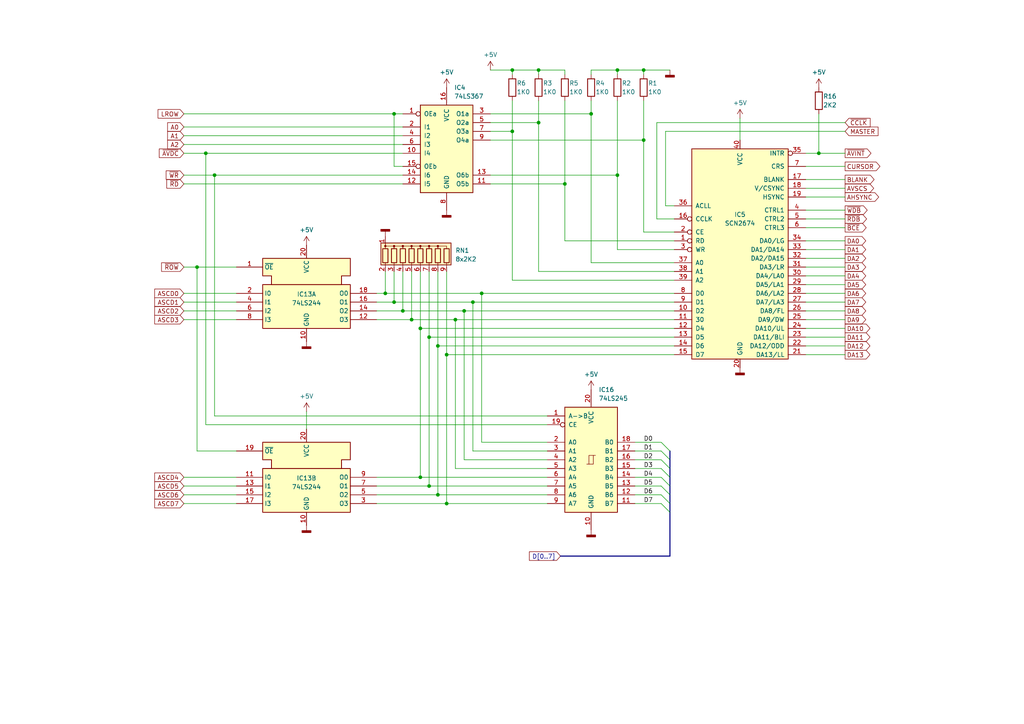
<source format=kicad_sch>
(kicad_sch
	(version 20231120)
	(generator "eeschema")
	(generator_version "8.0")
	(uuid "d4d983a9-5f23-4c83-89ac-2a44a7438254")
	(paper "A4")
	(title_block
		(title "PARTNER GDP: AVDC")
		(company "Oddbit Retro")
		(comment 1 "NARISAL: MIHA GRČAR")
	)
	(lib_symbols
		(symbol "74LS244_2"
			(exclude_from_sim no)
			(in_bom yes)
			(on_board yes)
			(property "Reference" "IC13"
				(at 2.1941 20.32 0)
				(effects
					(font
						(size 1.27 1.27)
					)
					(justify left)
				)
			)
			(property "Value" "74LS244"
				(at 2.1941 17.78 0)
				(effects
					(font
						(size 1.27 1.27)
					)
					(justify left)
				)
			)
			(property "Footprint" ""
				(at 0 0 0)
				(effects
					(font
						(size 1.27 1.27)
					)
					(hide yes)
				)
			)
			(property "Datasheet" "http://www.ti.com/lit/ds/symlink/sn74ls244.pdf"
				(at -54.864 12.446 0)
				(effects
					(font
						(size 1.27 1.27)
					)
					(hide yes)
				)
			)
			(property "Description" "Octal Buffer and Line Driver With 3-State Output, active-low enables, non-inverting outputs"
				(at -66.04 10.16 0)
				(effects
					(font
						(size 1.27 1.27)
					)
					(hide yes)
				)
			)
			(property "ki_keywords" "7400 logic ttl low power schottky"
				(at 0 0 0)
				(effects
					(font
						(size 1.27 1.27)
					)
					(hide yes)
				)
			)
			(symbol "74LS244_2_0_0"
				(pin power_in line
					(at 0 -8.89 90)
					(length 3.81)
					(name "GND"
						(effects
							(font
								(size 1.27 1.27)
							)
						)
					)
					(number "10"
						(effects
							(font
								(size 1.27 1.27)
							)
						)
					)
				)
				(pin power_in line
					(at 0 19.05 270)
					(length 3.81)
					(name "VCC"
						(effects
							(font
								(size 1.27 1.27)
							)
						)
					)
					(number "20"
						(effects
							(font
								(size 1.27 1.27)
							)
						)
					)
				)
			)
			(symbol "74LS244_2_0_1"
				(rectangle
					(start -12.7 7.62)
					(end 12.7 -5.08)
					(stroke
						(width 0.254)
						(type default)
					)
					(fill
						(type background)
					)
				)
				(polyline
					(pts
						(xy -10.16 7.62) (xy -10.16 10.16) (xy -12.7 10.16) (xy -12.7 15.24) (xy 12.7 15.24) (xy 12.7 10.16)
						(xy 10.16 10.16) (xy 10.16 7.62) (xy 10.16 7.62)
					)
					(stroke
						(width 0.254)
						(type default)
					)
					(fill
						(type background)
					)
				)
			)
			(symbol "74LS244_2_1_1"
				(pin input line
					(at -20.32 12.7 0)
					(length 7.62)
					(name "~{OE}"
						(effects
							(font
								(size 1.27 1.27)
							)
						)
					)
					(number "1"
						(effects
							(font
								(size 1.27 1.27)
							)
						)
					)
				)
				(pin tri_state line
					(at 20.32 -2.54 180)
					(length 7.62)
					(name "O3"
						(effects
							(font
								(size 1.27 1.27)
							)
						)
					)
					(number "12"
						(effects
							(font
								(size 1.27 1.27)
							)
						)
					)
				)
				(pin tri_state line
					(at 20.32 0 180)
					(length 7.62)
					(name "O2"
						(effects
							(font
								(size 1.27 1.27)
							)
						)
					)
					(number "14"
						(effects
							(font
								(size 1.27 1.27)
							)
						)
					)
				)
				(pin tri_state line
					(at 20.32 2.54 180)
					(length 7.62)
					(name "O1"
						(effects
							(font
								(size 1.27 1.27)
							)
						)
					)
					(number "16"
						(effects
							(font
								(size 1.27 1.27)
							)
						)
					)
				)
				(pin tri_state line
					(at 20.32 5.08 180)
					(length 7.62)
					(name "O0"
						(effects
							(font
								(size 1.27 1.27)
							)
						)
					)
					(number "18"
						(effects
							(font
								(size 1.27 1.27)
							)
						)
					)
				)
				(pin input line
					(at -20.32 5.08 0)
					(length 7.62)
					(name "I0"
						(effects
							(font
								(size 1.27 1.27)
							)
						)
					)
					(number "2"
						(effects
							(font
								(size 1.27 1.27)
							)
						)
					)
				)
				(pin input line
					(at -20.32 2.54 0)
					(length 7.62)
					(name "I1"
						(effects
							(font
								(size 1.27 1.27)
							)
						)
					)
					(number "4"
						(effects
							(font
								(size 1.27 1.27)
							)
						)
					)
				)
				(pin input line
					(at -20.32 0 0)
					(length 7.62)
					(name "I2"
						(effects
							(font
								(size 1.27 1.27)
							)
						)
					)
					(number "6"
						(effects
							(font
								(size 1.27 1.27)
							)
						)
					)
				)
				(pin input line
					(at -20.32 -2.54 0)
					(length 7.62)
					(name "I3"
						(effects
							(font
								(size 1.27 1.27)
							)
						)
					)
					(number "8"
						(effects
							(font
								(size 1.27 1.27)
							)
						)
					)
				)
			)
			(symbol "74LS244_2_2_1"
				(pin input line
					(at -20.32 5.08 0)
					(length 7.62)
					(name "I0"
						(effects
							(font
								(size 1.27 1.27)
							)
						)
					)
					(number "11"
						(effects
							(font
								(size 1.27 1.27)
							)
						)
					)
				)
				(pin input line
					(at -20.32 2.54 0)
					(length 7.62)
					(name "I1"
						(effects
							(font
								(size 1.27 1.27)
							)
						)
					)
					(number "13"
						(effects
							(font
								(size 1.27 1.27)
							)
						)
					)
				)
				(pin input line
					(at -20.32 0 0)
					(length 7.62)
					(name "I2"
						(effects
							(font
								(size 1.27 1.27)
							)
						)
					)
					(number "15"
						(effects
							(font
								(size 1.27 1.27)
							)
						)
					)
				)
				(pin input line
					(at -20.32 -2.54 0)
					(length 7.62)
					(name "I3"
						(effects
							(font
								(size 1.27 1.27)
							)
						)
					)
					(number "17"
						(effects
							(font
								(size 1.27 1.27)
							)
						)
					)
				)
				(pin input line
					(at -20.32 12.7 0)
					(length 7.62)
					(name "~{OE}"
						(effects
							(font
								(size 1.27 1.27)
							)
						)
					)
					(number "19"
						(effects
							(font
								(size 1.27 1.27)
							)
						)
					)
				)
				(pin tri_state line
					(at 20.32 -2.54 180)
					(length 7.62)
					(name "O3"
						(effects
							(font
								(size 1.27 1.27)
							)
						)
					)
					(number "3"
						(effects
							(font
								(size 1.27 1.27)
							)
						)
					)
				)
				(pin tri_state line
					(at 20.32 0 180)
					(length 7.62)
					(name "O2"
						(effects
							(font
								(size 1.27 1.27)
							)
						)
					)
					(number "5"
						(effects
							(font
								(size 1.27 1.27)
							)
						)
					)
				)
				(pin tri_state line
					(at 20.32 2.54 180)
					(length 7.62)
					(name "O1"
						(effects
							(font
								(size 1.27 1.27)
							)
						)
					)
					(number "7"
						(effects
							(font
								(size 1.27 1.27)
							)
						)
					)
				)
				(pin tri_state line
					(at 20.32 5.08 180)
					(length 7.62)
					(name "O0"
						(effects
							(font
								(size 1.27 1.27)
							)
						)
					)
					(number "9"
						(effects
							(font
								(size 1.27 1.27)
							)
						)
					)
				)
			)
		)
		(symbol "74xx:74LS245"
			(pin_names
				(offset 1.016)
			)
			(exclude_from_sim no)
			(in_bom yes)
			(on_board yes)
			(property "Reference" "U14"
				(at 2.1941 20.32 0)
				(effects
					(font
						(size 1.27 1.27)
					)
					(justify left)
				)
			)
			(property "Value" "74LS245"
				(at 2.1941 17.78 0)
				(effects
					(font
						(size 1.27 1.27)
					)
					(justify left)
				)
			)
			(property "Footprint" ""
				(at 0 0 0)
				(effects
					(font
						(size 1.27 1.27)
					)
					(hide yes)
				)
			)
			(property "Datasheet" "http://www.ti.com/lit/gpn/sn74LS245"
				(at -45.212 13.462 0)
				(effects
					(font
						(size 1.27 1.27)
					)
					(hide yes)
				)
			)
			(property "Description" "Octal BUS Transceivers, 3-State outputs"
				(at -44.958 17.018 0)
				(effects
					(font
						(size 1.27 1.27)
					)
					(hide yes)
				)
			)
			(property "ki_locked" ""
				(at 0 0 0)
				(effects
					(font
						(size 1.27 1.27)
					)
				)
			)
			(property "ki_keywords" "TTL BUS 3State"
				(at 0 0 0)
				(effects
					(font
						(size 1.27 1.27)
					)
					(hide yes)
				)
			)
			(property "ki_fp_filters" "DIP?20*"
				(at 0 0 0)
				(effects
					(font
						(size 1.27 1.27)
					)
					(hide yes)
				)
			)
			(symbol "74LS245_1_0"
				(polyline
					(pts
						(xy -0.635 -1.27) (xy -0.635 1.27) (xy 0.635 1.27)
					)
					(stroke
						(width 0)
						(type default)
					)
					(fill
						(type none)
					)
				)
				(polyline
					(pts
						(xy -1.27 -1.27) (xy 0.635 -1.27) (xy 0.635 1.27) (xy 1.27 1.27)
					)
					(stroke
						(width 0)
						(type default)
					)
					(fill
						(type none)
					)
				)
				(pin input line
					(at -12.7 12.7 0)
					(length 5.08)
					(name "A->B"
						(effects
							(font
								(size 1.27 1.27)
							)
						)
					)
					(number "1"
						(effects
							(font
								(size 1.27 1.27)
							)
						)
					)
				)
				(pin power_in line
					(at 0 -20.32 90)
					(length 5.08)
					(name "GND"
						(effects
							(font
								(size 1.27 1.27)
							)
						)
					)
					(number "10"
						(effects
							(font
								(size 1.27 1.27)
							)
						)
					)
				)
				(pin tri_state line
					(at 12.7 -12.7 180)
					(length 5.08)
					(name "B7"
						(effects
							(font
								(size 1.27 1.27)
							)
						)
					)
					(number "11"
						(effects
							(font
								(size 1.27 1.27)
							)
						)
					)
				)
				(pin tri_state line
					(at 12.7 -10.16 180)
					(length 5.08)
					(name "B6"
						(effects
							(font
								(size 1.27 1.27)
							)
						)
					)
					(number "12"
						(effects
							(font
								(size 1.27 1.27)
							)
						)
					)
				)
				(pin tri_state line
					(at 12.7 -7.62 180)
					(length 5.08)
					(name "B5"
						(effects
							(font
								(size 1.27 1.27)
							)
						)
					)
					(number "13"
						(effects
							(font
								(size 1.27 1.27)
							)
						)
					)
				)
				(pin tri_state line
					(at 12.7 -5.08 180)
					(length 5.08)
					(name "B4"
						(effects
							(font
								(size 1.27 1.27)
							)
						)
					)
					(number "14"
						(effects
							(font
								(size 1.27 1.27)
							)
						)
					)
				)
				(pin tri_state line
					(at 12.7 -2.54 180)
					(length 5.08)
					(name "B3"
						(effects
							(font
								(size 1.27 1.27)
							)
						)
					)
					(number "15"
						(effects
							(font
								(size 1.27 1.27)
							)
						)
					)
				)
				(pin tri_state line
					(at 12.7 0 180)
					(length 5.08)
					(name "B2"
						(effects
							(font
								(size 1.27 1.27)
							)
						)
					)
					(number "16"
						(effects
							(font
								(size 1.27 1.27)
							)
						)
					)
				)
				(pin tri_state line
					(at 12.7 2.54 180)
					(length 5.08)
					(name "B1"
						(effects
							(font
								(size 1.27 1.27)
							)
						)
					)
					(number "17"
						(effects
							(font
								(size 1.27 1.27)
							)
						)
					)
				)
				(pin tri_state line
					(at 12.7 5.08 180)
					(length 5.08)
					(name "B0"
						(effects
							(font
								(size 1.27 1.27)
							)
						)
					)
					(number "18"
						(effects
							(font
								(size 1.27 1.27)
							)
						)
					)
				)
				(pin input inverted
					(at -12.7 10.16 0)
					(length 5.08)
					(name "CE"
						(effects
							(font
								(size 1.27 1.27)
							)
						)
					)
					(number "19"
						(effects
							(font
								(size 1.27 1.27)
							)
						)
					)
				)
				(pin tri_state line
					(at -12.7 5.08 0)
					(length 5.08)
					(name "A0"
						(effects
							(font
								(size 1.27 1.27)
							)
						)
					)
					(number "2"
						(effects
							(font
								(size 1.27 1.27)
							)
						)
					)
				)
				(pin power_in line
					(at 0 20.32 270)
					(length 5.08)
					(name "VCC"
						(effects
							(font
								(size 1.27 1.27)
							)
						)
					)
					(number "20"
						(effects
							(font
								(size 1.27 1.27)
							)
						)
					)
				)
				(pin tri_state line
					(at -12.7 2.54 0)
					(length 5.08)
					(name "A1"
						(effects
							(font
								(size 1.27 1.27)
							)
						)
					)
					(number "3"
						(effects
							(font
								(size 1.27 1.27)
							)
						)
					)
				)
				(pin tri_state line
					(at -12.7 0 0)
					(length 5.08)
					(name "A2"
						(effects
							(font
								(size 1.27 1.27)
							)
						)
					)
					(number "4"
						(effects
							(font
								(size 1.27 1.27)
							)
						)
					)
				)
				(pin tri_state line
					(at -12.7 -2.54 0)
					(length 5.08)
					(name "A3"
						(effects
							(font
								(size 1.27 1.27)
							)
						)
					)
					(number "5"
						(effects
							(font
								(size 1.27 1.27)
							)
						)
					)
				)
				(pin tri_state line
					(at -12.7 -5.08 0)
					(length 5.08)
					(name "A4"
						(effects
							(font
								(size 1.27 1.27)
							)
						)
					)
					(number "6"
						(effects
							(font
								(size 1.27 1.27)
							)
						)
					)
				)
				(pin tri_state line
					(at -12.7 -7.62 0)
					(length 5.08)
					(name "A5"
						(effects
							(font
								(size 1.27 1.27)
							)
						)
					)
					(number "7"
						(effects
							(font
								(size 1.27 1.27)
							)
						)
					)
				)
				(pin tri_state line
					(at -12.7 -10.16 0)
					(length 5.08)
					(name "A6"
						(effects
							(font
								(size 1.27 1.27)
							)
						)
					)
					(number "8"
						(effects
							(font
								(size 1.27 1.27)
							)
						)
					)
				)
				(pin tri_state line
					(at -12.7 -12.7 0)
					(length 5.08)
					(name "A7"
						(effects
							(font
								(size 1.27 1.27)
							)
						)
					)
					(number "9"
						(effects
							(font
								(size 1.27 1.27)
							)
						)
					)
				)
			)
			(symbol "74LS245_1_1"
				(rectangle
					(start -7.62 15.24)
					(end 7.62 -15.24)
					(stroke
						(width 0.254)
						(type default)
					)
					(fill
						(type background)
					)
				)
			)
		)
		(symbol "74xx:74LS367"
			(pin_names
				(offset 1.016)
			)
			(exclude_from_sim no)
			(in_bom yes)
			(on_board yes)
			(property "Reference" "U17"
				(at 2.1941 17.78 0)
				(effects
					(font
						(size 1.27 1.27)
					)
					(justify left)
				)
			)
			(property "Value" "74LS367"
				(at 2.1941 15.24 0)
				(effects
					(font
						(size 1.27 1.27)
					)
					(justify left)
				)
			)
			(property "Footprint" ""
				(at 0 0 0)
				(effects
					(font
						(size 1.27 1.27)
					)
					(hide yes)
				)
			)
			(property "Datasheet" "http://www.ti.com/lit/gpn/sn74LS367"
				(at -46.228 11.938 0)
				(effects
					(font
						(size 1.27 1.27)
					)
					(hide yes)
				)
			)
			(property "Description" "Hex Bus Driver 3-state outputs"
				(at -46.482 15.24 0)
				(effects
					(font
						(size 1.27 1.27)
					)
					(hide yes)
				)
			)
			(property "ki_locked" ""
				(at 0 0 0)
				(effects
					(font
						(size 1.27 1.27)
					)
				)
			)
			(property "ki_keywords" "TTL Buffer BUS 3State"
				(at 0 0 0)
				(effects
					(font
						(size 1.27 1.27)
					)
					(hide yes)
				)
			)
			(property "ki_fp_filters" "DIP?16*"
				(at 0 0 0)
				(effects
					(font
						(size 1.27 1.27)
					)
					(hide yes)
				)
			)
			(symbol "74LS367_1_0"
				(pin input inverted
					(at -12.7 10.16 0)
					(length 5.08)
					(name "OEa"
						(effects
							(font
								(size 1.27 1.27)
							)
						)
					)
					(number "1"
						(effects
							(font
								(size 1.27 1.27)
							)
						)
					)
				)
				(pin input line
					(at -12.7 -1.27 0)
					(length 5.08)
					(name "I4"
						(effects
							(font
								(size 1.27 1.27)
							)
						)
					)
					(number "10"
						(effects
							(font
								(size 1.27 1.27)
							)
						)
					)
				)
				(pin tri_state line
					(at 12.7 -10.16 180)
					(length 5.08)
					(name "O5b"
						(effects
							(font
								(size 1.27 1.27)
							)
						)
					)
					(number "11"
						(effects
							(font
								(size 1.27 1.27)
							)
						)
					)
				)
				(pin input line
					(at -12.7 -10.16 0)
					(length 5.08)
					(name "I5"
						(effects
							(font
								(size 1.27 1.27)
							)
						)
					)
					(number "12"
						(effects
							(font
								(size 1.27 1.27)
							)
						)
					)
				)
				(pin tri_state line
					(at 12.7 -7.62 180)
					(length 5.08)
					(name "O6b"
						(effects
							(font
								(size 1.27 1.27)
							)
						)
					)
					(number "13"
						(effects
							(font
								(size 1.27 1.27)
							)
						)
					)
				)
				(pin input line
					(at -12.7 -7.62 0)
					(length 5.08)
					(name "I6"
						(effects
							(font
								(size 1.27 1.27)
							)
						)
					)
					(number "14"
						(effects
							(font
								(size 1.27 1.27)
							)
						)
					)
				)
				(pin input inverted
					(at -12.7 -5.08 0)
					(length 5.08)
					(name "OEb"
						(effects
							(font
								(size 1.27 1.27)
							)
						)
					)
					(number "15"
						(effects
							(font
								(size 1.27 1.27)
							)
						)
					)
				)
				(pin power_in line
					(at 0 17.78 270)
					(length 5.08)
					(name "VCC"
						(effects
							(font
								(size 1.27 1.27)
							)
						)
					)
					(number "16"
						(effects
							(font
								(size 1.27 1.27)
							)
						)
					)
				)
				(pin input line
					(at -12.7 6.35 0)
					(length 5.08)
					(name "I1"
						(effects
							(font
								(size 1.27 1.27)
							)
						)
					)
					(number "2"
						(effects
							(font
								(size 1.27 1.27)
							)
						)
					)
				)
				(pin tri_state line
					(at 12.7 10.16 180)
					(length 5.08)
					(name "O1a"
						(effects
							(font
								(size 1.27 1.27)
							)
						)
					)
					(number "3"
						(effects
							(font
								(size 1.27 1.27)
							)
						)
					)
				)
				(pin input line
					(at -12.7 3.81 0)
					(length 5.08)
					(name "I2"
						(effects
							(font
								(size 1.27 1.27)
							)
						)
					)
					(number "4"
						(effects
							(font
								(size 1.27 1.27)
							)
						)
					)
				)
				(pin tri_state line
					(at 12.7 7.62 180)
					(length 5.08)
					(name "O2a"
						(effects
							(font
								(size 1.27 1.27)
							)
						)
					)
					(number "5"
						(effects
							(font
								(size 1.27 1.27)
							)
						)
					)
				)
				(pin input line
					(at -12.7 1.27 0)
					(length 5.08)
					(name "I3"
						(effects
							(font
								(size 1.27 1.27)
							)
						)
					)
					(number "6"
						(effects
							(font
								(size 1.27 1.27)
							)
						)
					)
				)
				(pin tri_state line
					(at 12.7 5.08 180)
					(length 5.08)
					(name "O3a"
						(effects
							(font
								(size 1.27 1.27)
							)
						)
					)
					(number "7"
						(effects
							(font
								(size 1.27 1.27)
							)
						)
					)
				)
				(pin power_in line
					(at 0 -17.78 90)
					(length 5.08)
					(name "GND"
						(effects
							(font
								(size 1.27 1.27)
							)
						)
					)
					(number "8"
						(effects
							(font
								(size 1.27 1.27)
							)
						)
					)
				)
				(pin tri_state line
					(at 12.7 2.54 180)
					(length 5.08)
					(name "O4a"
						(effects
							(font
								(size 1.27 1.27)
							)
						)
					)
					(number "9"
						(effects
							(font
								(size 1.27 1.27)
							)
						)
					)
				)
			)
			(symbol "74LS367_1_1"
				(rectangle
					(start -7.62 12.7)
					(end 7.62 -12.7)
					(stroke
						(width 0.254)
						(type default)
					)
					(fill
						(type background)
					)
				)
			)
		)
		(symbol "Device:R"
			(pin_numbers hide)
			(pin_names
				(offset 0)
			)
			(exclude_from_sim no)
			(in_bom yes)
			(on_board yes)
			(property "Reference" "R"
				(at 2.032 0 90)
				(effects
					(font
						(size 1.27 1.27)
					)
				)
			)
			(property "Value" "R"
				(at 0 0 90)
				(effects
					(font
						(size 1.27 1.27)
					)
				)
			)
			(property "Footprint" ""
				(at -1.778 0 90)
				(effects
					(font
						(size 1.27 1.27)
					)
					(hide yes)
				)
			)
			(property "Datasheet" "~"
				(at 0 0 0)
				(effects
					(font
						(size 1.27 1.27)
					)
					(hide yes)
				)
			)
			(property "Description" "Resistor"
				(at 0 0 0)
				(effects
					(font
						(size 1.27 1.27)
					)
					(hide yes)
				)
			)
			(property "ki_keywords" "R res resistor"
				(at 0 0 0)
				(effects
					(font
						(size 1.27 1.27)
					)
					(hide yes)
				)
			)
			(property "ki_fp_filters" "R_*"
				(at 0 0 0)
				(effects
					(font
						(size 1.27 1.27)
					)
					(hide yes)
				)
			)
			(symbol "R_0_1"
				(rectangle
					(start -1.016 -2.54)
					(end 1.016 2.54)
					(stroke
						(width 0.254)
						(type default)
					)
					(fill
						(type none)
					)
				)
			)
			(symbol "R_1_1"
				(pin passive line
					(at 0 3.81 270)
					(length 1.27)
					(name "~"
						(effects
							(font
								(size 1.27 1.27)
							)
						)
					)
					(number "1"
						(effects
							(font
								(size 1.27 1.27)
							)
						)
					)
				)
				(pin passive line
					(at 0 -3.81 90)
					(length 1.27)
					(name "~"
						(effects
							(font
								(size 1.27 1.27)
							)
						)
					)
					(number "2"
						(effects
							(font
								(size 1.27 1.27)
							)
						)
					)
				)
			)
		)
		(symbol "Device:R_Network08"
			(pin_names
				(offset 0) hide)
			(exclude_from_sim no)
			(in_bom yes)
			(on_board yes)
			(property "Reference" "RN"
				(at -12.7 0 90)
				(effects
					(font
						(size 1.27 1.27)
					)
				)
			)
			(property "Value" "R_Network08"
				(at 10.16 0 90)
				(effects
					(font
						(size 1.27 1.27)
					)
				)
			)
			(property "Footprint" "Resistor_THT:R_Array_SIP9"
				(at 12.065 0 90)
				(effects
					(font
						(size 1.27 1.27)
					)
					(hide yes)
				)
			)
			(property "Datasheet" "http://www.vishay.com/docs/31509/csc.pdf"
				(at 0 0 0)
				(effects
					(font
						(size 1.27 1.27)
					)
					(hide yes)
				)
			)
			(property "Description" "8 resistor network, star topology, bussed resistors, small symbol"
				(at 0 0 0)
				(effects
					(font
						(size 1.27 1.27)
					)
					(hide yes)
				)
			)
			(property "ki_keywords" "R network star-topology"
				(at 0 0 0)
				(effects
					(font
						(size 1.27 1.27)
					)
					(hide yes)
				)
			)
			(property "ki_fp_filters" "R?Array?SIP*"
				(at 0 0 0)
				(effects
					(font
						(size 1.27 1.27)
					)
					(hide yes)
				)
			)
			(symbol "R_Network08_0_1"
				(rectangle
					(start -11.43 -3.175)
					(end 8.89 3.175)
					(stroke
						(width 0.254)
						(type default)
					)
					(fill
						(type background)
					)
				)
				(rectangle
					(start -10.922 1.524)
					(end -9.398 -2.54)
					(stroke
						(width 0.254)
						(type default)
					)
					(fill
						(type none)
					)
				)
				(circle
					(center -10.16 2.286)
					(radius 0.254)
					(stroke
						(width 0)
						(type default)
					)
					(fill
						(type outline)
					)
				)
				(rectangle
					(start -8.382 1.524)
					(end -6.858 -2.54)
					(stroke
						(width 0.254)
						(type default)
					)
					(fill
						(type none)
					)
				)
				(circle
					(center -7.62 2.286)
					(radius 0.254)
					(stroke
						(width 0)
						(type default)
					)
					(fill
						(type outline)
					)
				)
				(rectangle
					(start -5.842 1.524)
					(end -4.318 -2.54)
					(stroke
						(width 0.254)
						(type default)
					)
					(fill
						(type none)
					)
				)
				(circle
					(center -5.08 2.286)
					(radius 0.254)
					(stroke
						(width 0)
						(type default)
					)
					(fill
						(type outline)
					)
				)
				(rectangle
					(start -3.302 1.524)
					(end -1.778 -2.54)
					(stroke
						(width 0.254)
						(type default)
					)
					(fill
						(type none)
					)
				)
				(circle
					(center -2.54 2.286)
					(radius 0.254)
					(stroke
						(width 0)
						(type default)
					)
					(fill
						(type outline)
					)
				)
				(rectangle
					(start -0.762 1.524)
					(end 0.762 -2.54)
					(stroke
						(width 0.254)
						(type default)
					)
					(fill
						(type none)
					)
				)
				(polyline
					(pts
						(xy -10.16 -2.54) (xy -10.16 -3.81)
					)
					(stroke
						(width 0)
						(type default)
					)
					(fill
						(type none)
					)
				)
				(polyline
					(pts
						(xy -7.62 -2.54) (xy -7.62 -3.81)
					)
					(stroke
						(width 0)
						(type default)
					)
					(fill
						(type none)
					)
				)
				(polyline
					(pts
						(xy -5.08 -2.54) (xy -5.08 -3.81)
					)
					(stroke
						(width 0)
						(type default)
					)
					(fill
						(type none)
					)
				)
				(polyline
					(pts
						(xy -2.54 -2.54) (xy -2.54 -3.81)
					)
					(stroke
						(width 0)
						(type default)
					)
					(fill
						(type none)
					)
				)
				(polyline
					(pts
						(xy 0 -2.54) (xy 0 -3.81)
					)
					(stroke
						(width 0)
						(type default)
					)
					(fill
						(type none)
					)
				)
				(polyline
					(pts
						(xy 2.54 -2.54) (xy 2.54 -3.81)
					)
					(stroke
						(width 0)
						(type default)
					)
					(fill
						(type none)
					)
				)
				(polyline
					(pts
						(xy 5.08 -2.54) (xy 5.08 -3.81)
					)
					(stroke
						(width 0)
						(type default)
					)
					(fill
						(type none)
					)
				)
				(polyline
					(pts
						(xy 7.62 -2.54) (xy 7.62 -3.81)
					)
					(stroke
						(width 0)
						(type default)
					)
					(fill
						(type none)
					)
				)
				(polyline
					(pts
						(xy -10.16 1.524) (xy -10.16 2.286) (xy -7.62 2.286) (xy -7.62 1.524)
					)
					(stroke
						(width 0)
						(type default)
					)
					(fill
						(type none)
					)
				)
				(polyline
					(pts
						(xy -7.62 1.524) (xy -7.62 2.286) (xy -5.08 2.286) (xy -5.08 1.524)
					)
					(stroke
						(width 0)
						(type default)
					)
					(fill
						(type none)
					)
				)
				(polyline
					(pts
						(xy -5.08 1.524) (xy -5.08 2.286) (xy -2.54 2.286) (xy -2.54 1.524)
					)
					(stroke
						(width 0)
						(type default)
					)
					(fill
						(type none)
					)
				)
				(polyline
					(pts
						(xy -2.54 1.524) (xy -2.54 2.286) (xy 0 2.286) (xy 0 1.524)
					)
					(stroke
						(width 0)
						(type default)
					)
					(fill
						(type none)
					)
				)
				(polyline
					(pts
						(xy 0 1.524) (xy 0 2.286) (xy 2.54 2.286) (xy 2.54 1.524)
					)
					(stroke
						(width 0)
						(type default)
					)
					(fill
						(type none)
					)
				)
				(polyline
					(pts
						(xy 2.54 1.524) (xy 2.54 2.286) (xy 5.08 2.286) (xy 5.08 1.524)
					)
					(stroke
						(width 0)
						(type default)
					)
					(fill
						(type none)
					)
				)
				(polyline
					(pts
						(xy 5.08 1.524) (xy 5.08 2.286) (xy 7.62 2.286) (xy 7.62 1.524)
					)
					(stroke
						(width 0)
						(type default)
					)
					(fill
						(type none)
					)
				)
				(circle
					(center 0 2.286)
					(radius 0.254)
					(stroke
						(width 0)
						(type default)
					)
					(fill
						(type outline)
					)
				)
				(rectangle
					(start 1.778 1.524)
					(end 3.302 -2.54)
					(stroke
						(width 0.254)
						(type default)
					)
					(fill
						(type none)
					)
				)
				(circle
					(center 2.54 2.286)
					(radius 0.254)
					(stroke
						(width 0)
						(type default)
					)
					(fill
						(type outline)
					)
				)
				(rectangle
					(start 4.318 1.524)
					(end 5.842 -2.54)
					(stroke
						(width 0.254)
						(type default)
					)
					(fill
						(type none)
					)
				)
				(circle
					(center 5.08 2.286)
					(radius 0.254)
					(stroke
						(width 0)
						(type default)
					)
					(fill
						(type outline)
					)
				)
				(rectangle
					(start 6.858 1.524)
					(end 8.382 -2.54)
					(stroke
						(width 0.254)
						(type default)
					)
					(fill
						(type none)
					)
				)
			)
			(symbol "R_Network08_1_1"
				(pin passive line
					(at -10.16 5.08 270)
					(length 2.54)
					(name "common"
						(effects
							(font
								(size 1.27 1.27)
							)
						)
					)
					(number "1"
						(effects
							(font
								(size 1.27 1.27)
							)
						)
					)
				)
				(pin passive line
					(at -10.16 -5.08 90)
					(length 1.27)
					(name "R1"
						(effects
							(font
								(size 1.27 1.27)
							)
						)
					)
					(number "2"
						(effects
							(font
								(size 1.27 1.27)
							)
						)
					)
				)
				(pin passive line
					(at -7.62 -5.08 90)
					(length 1.27)
					(name "R2"
						(effects
							(font
								(size 1.27 1.27)
							)
						)
					)
					(number "3"
						(effects
							(font
								(size 1.27 1.27)
							)
						)
					)
				)
				(pin passive line
					(at -5.08 -5.08 90)
					(length 1.27)
					(name "R3"
						(effects
							(font
								(size 1.27 1.27)
							)
						)
					)
					(number "4"
						(effects
							(font
								(size 1.27 1.27)
							)
						)
					)
				)
				(pin passive line
					(at -2.54 -5.08 90)
					(length 1.27)
					(name "R4"
						(effects
							(font
								(size 1.27 1.27)
							)
						)
					)
					(number "5"
						(effects
							(font
								(size 1.27 1.27)
							)
						)
					)
				)
				(pin passive line
					(at 0 -5.08 90)
					(length 1.27)
					(name "R5"
						(effects
							(font
								(size 1.27 1.27)
							)
						)
					)
					(number "6"
						(effects
							(font
								(size 1.27 1.27)
							)
						)
					)
				)
				(pin passive line
					(at 2.54 -5.08 90)
					(length 1.27)
					(name "R6"
						(effects
							(font
								(size 1.27 1.27)
							)
						)
					)
					(number "7"
						(effects
							(font
								(size 1.27 1.27)
							)
						)
					)
				)
				(pin passive line
					(at 5.08 -5.08 90)
					(length 1.27)
					(name "R7"
						(effects
							(font
								(size 1.27 1.27)
							)
						)
					)
					(number "8"
						(effects
							(font
								(size 1.27 1.27)
							)
						)
					)
				)
				(pin passive line
					(at 7.62 -5.08 90)
					(length 1.27)
					(name "R8"
						(effects
							(font
								(size 1.27 1.27)
							)
						)
					)
					(number "9"
						(effects
							(font
								(size 1.27 1.27)
							)
						)
					)
				)
			)
		)
		(symbol "MCU_Parallax:P8X32A-D40"
			(pin_names
				(offset 1.016)
			)
			(exclude_from_sim no)
			(in_bom yes)
			(on_board yes)
			(property "Reference" "IC19"
				(at 0 16.51 0)
				(effects
					(font
						(size 1.27 1.27)
					)
				)
			)
			(property "Value" "SCN2674"
				(at 0 13.97 0)
				(effects
					(font
						(size 1.27 1.27)
					)
				)
			)
			(property "Footprint" "Package_DIP:DIP-40_W15.24mm"
				(at -32.512 39.116 0)
				(effects
					(font
						(size 1.27 1.27)
					)
					(hide yes)
				)
			)
			(property "Datasheet" "N/A"
				(at -36.322 36.322 0)
				(effects
					(font
						(size 1.27 1.27)
					)
					(hide yes)
				)
			)
			(property "Description" ""
				(at 0 0 0)
				(effects
					(font
						(size 1.27 1.27)
					)
					(hide yes)
				)
			)
			(property "ki_keywords" "microcontroller multicore Parallax Propeller DIP"
				(at 0 0 0)
				(effects
					(font
						(size 1.27 1.27)
					)
					(hide yes)
				)
			)
			(property "ki_fp_filters" "DIP*40*W15.24mm*"
				(at 0 0 0)
				(effects
					(font
						(size 1.27 1.27)
					)
					(hide yes)
				)
			)
			(symbol "P8X32A-D40_0_1"
				(rectangle
					(start -13.97 35.56)
					(end 13.97 -25.4)
					(stroke
						(width 0.254)
						(type default)
					)
					(fill
						(type background)
					)
				)
			)
			(symbol "P8X32A-D40_1_1"
				(pin bidirectional inverted
					(at -19.05 8.89 0)
					(length 5.08)
					(name "RD"
						(effects
							(font
								(size 1.27 1.27)
							)
						)
					)
					(number "1"
						(effects
							(font
								(size 1.27 1.27)
							)
						)
					)
				)
				(pin bidirectional line
					(at -19.05 -11.43 0)
					(length 5.08)
					(name "D2"
						(effects
							(font
								(size 1.27 1.27)
							)
						)
					)
					(number "10"
						(effects
							(font
								(size 1.27 1.27)
							)
						)
					)
				)
				(pin bidirectional line
					(at -19.05 -13.97 0)
					(length 5.08)
					(name "30"
						(effects
							(font
								(size 1.27 1.27)
							)
						)
					)
					(number "11"
						(effects
							(font
								(size 1.27 1.27)
							)
						)
					)
				)
				(pin bidirectional line
					(at -19.05 -16.51 0)
					(length 5.08)
					(name "D4"
						(effects
							(font
								(size 1.27 1.27)
							)
						)
					)
					(number "12"
						(effects
							(font
								(size 1.27 1.27)
							)
						)
					)
				)
				(pin bidirectional line
					(at -19.05 -19.05 0)
					(length 5.08)
					(name "D5"
						(effects
							(font
								(size 1.27 1.27)
							)
						)
					)
					(number "13"
						(effects
							(font
								(size 1.27 1.27)
							)
						)
					)
				)
				(pin bidirectional line
					(at -19.05 -21.59 0)
					(length 5.08)
					(name "D6"
						(effects
							(font
								(size 1.27 1.27)
							)
						)
					)
					(number "14"
						(effects
							(font
								(size 1.27 1.27)
							)
						)
					)
				)
				(pin bidirectional line
					(at -19.05 -24.13 0)
					(length 5.08)
					(name "D7"
						(effects
							(font
								(size 1.27 1.27)
							)
						)
					)
					(number "15"
						(effects
							(font
								(size 1.27 1.27)
							)
						)
					)
				)
				(pin bidirectional inverted
					(at -19.05 15.24 0)
					(length 5.08)
					(name "CCLK"
						(effects
							(font
								(size 1.27 1.27)
							)
						)
					)
					(number "16"
						(effects
							(font
								(size 1.27 1.27)
							)
						)
					)
				)
				(pin bidirectional line
					(at 19.05 26.67 180)
					(length 5.08)
					(name "BLANK"
						(effects
							(font
								(size 1.27 1.27)
							)
						)
					)
					(number "17"
						(effects
							(font
								(size 1.27 1.27)
							)
						)
					)
				)
				(pin bidirectional line
					(at 19.05 24.13 180)
					(length 5.08)
					(name "V/CSYNC"
						(effects
							(font
								(size 1.27 1.27)
							)
						)
					)
					(number "18"
						(effects
							(font
								(size 1.27 1.27)
							)
						)
					)
				)
				(pin bidirectional line
					(at 19.05 21.59 180)
					(length 5.08)
					(name "HSYNC"
						(effects
							(font
								(size 1.27 1.27)
							)
						)
					)
					(number "19"
						(effects
							(font
								(size 1.27 1.27)
							)
						)
					)
				)
				(pin bidirectional inverted
					(at -19.05 11.43 0)
					(length 5.08)
					(name "CE"
						(effects
							(font
								(size 1.27 1.27)
							)
						)
					)
					(number "2"
						(effects
							(font
								(size 1.27 1.27)
							)
						)
					)
				)
				(pin power_in line
					(at 0 -27.94 90)
					(length 2.54)
					(name "GND"
						(effects
							(font
								(size 1.27 1.27)
							)
						)
					)
					(number "20"
						(effects
							(font
								(size 1.27 1.27)
							)
						)
					)
				)
				(pin bidirectional line
					(at 19.05 -24.13 180)
					(length 5.08)
					(name "DA13/LL"
						(effects
							(font
								(size 1.27 1.27)
							)
						)
					)
					(number "21"
						(effects
							(font
								(size 1.27 1.27)
							)
						)
					)
				)
				(pin bidirectional line
					(at 19.05 -21.59 180)
					(length 5.08)
					(name "DA12/ODD"
						(effects
							(font
								(size 1.27 1.27)
							)
						)
					)
					(number "22"
						(effects
							(font
								(size 1.27 1.27)
							)
						)
					)
				)
				(pin bidirectional line
					(at 19.05 -19.05 180)
					(length 5.08)
					(name "DA11/BLI"
						(effects
							(font
								(size 1.27 1.27)
							)
						)
					)
					(number "23"
						(effects
							(font
								(size 1.27 1.27)
							)
						)
					)
				)
				(pin bidirectional line
					(at 19.05 -16.51 180)
					(length 5.08)
					(name "DA10/UL"
						(effects
							(font
								(size 1.27 1.27)
							)
						)
					)
					(number "24"
						(effects
							(font
								(size 1.27 1.27)
							)
						)
					)
				)
				(pin bidirectional line
					(at 19.05 -13.97 180)
					(length 5.08)
					(name "DA9/DW"
						(effects
							(font
								(size 1.27 1.27)
							)
						)
					)
					(number "25"
						(effects
							(font
								(size 1.27 1.27)
							)
						)
					)
				)
				(pin bidirectional line
					(at 19.05 -11.43 180)
					(length 5.08)
					(name "DA8/FL"
						(effects
							(font
								(size 1.27 1.27)
							)
						)
					)
					(number "26"
						(effects
							(font
								(size 1.27 1.27)
							)
						)
					)
				)
				(pin bidirectional line
					(at 19.05 -8.89 180)
					(length 5.08)
					(name "DA7/LA3"
						(effects
							(font
								(size 1.27 1.27)
							)
						)
					)
					(number "27"
						(effects
							(font
								(size 1.27 1.27)
							)
						)
					)
				)
				(pin bidirectional line
					(at 19.05 -6.35 180)
					(length 5.08)
					(name "DA6/LA2"
						(effects
							(font
								(size 1.27 1.27)
							)
						)
					)
					(number "28"
						(effects
							(font
								(size 1.27 1.27)
							)
						)
					)
				)
				(pin bidirectional line
					(at 19.05 -3.81 180)
					(length 5.08)
					(name "DA5/LA1"
						(effects
							(font
								(size 1.27 1.27)
							)
						)
					)
					(number "29"
						(effects
							(font
								(size 1.27 1.27)
							)
						)
					)
				)
				(pin bidirectional inverted
					(at -19.05 6.35 0)
					(length 5.08)
					(name "WR"
						(effects
							(font
								(size 1.27 1.27)
							)
						)
					)
					(number "3"
						(effects
							(font
								(size 1.27 1.27)
							)
						)
					)
				)
				(pin bidirectional line
					(at 19.05 -1.27 180)
					(length 5.08)
					(name "DA4/LA0"
						(effects
							(font
								(size 1.27 1.27)
							)
						)
					)
					(number "30"
						(effects
							(font
								(size 1.27 1.27)
							)
						)
					)
				)
				(pin bidirectional line
					(at 19.05 1.27 180)
					(length 5.08)
					(name "DA3/LR"
						(effects
							(font
								(size 1.27 1.27)
							)
						)
					)
					(number "31"
						(effects
							(font
								(size 1.27 1.27)
							)
						)
					)
				)
				(pin bidirectional line
					(at 19.05 3.81 180)
					(length 5.08)
					(name "DA2/DA15"
						(effects
							(font
								(size 1.27 1.27)
							)
						)
					)
					(number "32"
						(effects
							(font
								(size 1.27 1.27)
							)
						)
					)
				)
				(pin bidirectional line
					(at 19.05 6.35 180)
					(length 5.08)
					(name "DA1/DA14"
						(effects
							(font
								(size 1.27 1.27)
							)
						)
					)
					(number "33"
						(effects
							(font
								(size 1.27 1.27)
							)
						)
					)
				)
				(pin bidirectional line
					(at 19.05 8.89 180)
					(length 5.08)
					(name "DA0/LG"
						(effects
							(font
								(size 1.27 1.27)
							)
						)
					)
					(number "34"
						(effects
							(font
								(size 1.27 1.27)
							)
						)
					)
				)
				(pin bidirectional inverted
					(at 19.05 34.29 180)
					(length 5.08)
					(name "INTR"
						(effects
							(font
								(size 1.27 1.27)
							)
						)
					)
					(number "35"
						(effects
							(font
								(size 1.27 1.27)
							)
						)
					)
				)
				(pin bidirectional line
					(at -19.05 19.05 0)
					(length 5.08)
					(name "ACLL"
						(effects
							(font
								(size 1.27 1.27)
							)
						)
					)
					(number "36"
						(effects
							(font
								(size 1.27 1.27)
							)
						)
					)
				)
				(pin bidirectional line
					(at -19.05 2.54 0)
					(length 5.08)
					(name "A0"
						(effects
							(font
								(size 1.27 1.27)
							)
						)
					)
					(number "37"
						(effects
							(font
								(size 1.27 1.27)
							)
						)
					)
				)
				(pin bidirectional line
					(at -19.05 0 0)
					(length 5.08)
					(name "A1"
						(effects
							(font
								(size 1.27 1.27)
							)
						)
					)
					(number "38"
						(effects
							(font
								(size 1.27 1.27)
							)
						)
					)
				)
				(pin bidirectional line
					(at -19.05 -2.54 0)
					(length 5.08)
					(name "A2"
						(effects
							(font
								(size 1.27 1.27)
							)
						)
					)
					(number "39"
						(effects
							(font
								(size 1.27 1.27)
							)
						)
					)
				)
				(pin bidirectional line
					(at 19.05 17.78 180)
					(length 5.08)
					(name "CTRL1"
						(effects
							(font
								(size 1.27 1.27)
							)
						)
					)
					(number "4"
						(effects
							(font
								(size 1.27 1.27)
							)
						)
					)
				)
				(pin power_in line
					(at 0 38.1 270)
					(length 2.54)
					(name "VCC"
						(effects
							(font
								(size 1.27 1.27)
							)
						)
					)
					(number "40"
						(effects
							(font
								(size 1.27 1.27)
							)
						)
					)
				)
				(pin bidirectional line
					(at 19.05 15.24 180)
					(length 5.08)
					(name "CTRL2"
						(effects
							(font
								(size 1.27 1.27)
							)
						)
					)
					(number "5"
						(effects
							(font
								(size 1.27 1.27)
							)
						)
					)
				)
				(pin bidirectional line
					(at 19.05 12.7 180)
					(length 5.08)
					(name "CTRL3"
						(effects
							(font
								(size 1.27 1.27)
							)
						)
					)
					(number "6"
						(effects
							(font
								(size 1.27 1.27)
							)
						)
					)
				)
				(pin bidirectional line
					(at 19.05 30.48 180)
					(length 5.08)
					(name "CRS"
						(effects
							(font
								(size 1.27 1.27)
							)
						)
					)
					(number "7"
						(effects
							(font
								(size 1.27 1.27)
							)
						)
					)
				)
				(pin bidirectional line
					(at -19.05 -6.35 0)
					(length 5.08)
					(name "D0"
						(effects
							(font
								(size 1.27 1.27)
							)
						)
					)
					(number "8"
						(effects
							(font
								(size 1.27 1.27)
							)
						)
					)
				)
				(pin bidirectional line
					(at -19.05 -8.89 0)
					(length 5.08)
					(name "D1"
						(effects
							(font
								(size 1.27 1.27)
							)
						)
					)
					(number "9"
						(effects
							(font
								(size 1.27 1.27)
							)
						)
					)
				)
			)
		)
		(symbol "power:+5V"
			(power)
			(pin_names
				(offset 0)
			)
			(exclude_from_sim no)
			(in_bom yes)
			(on_board yes)
			(property "Reference" "#PWR"
				(at 0 -3.81 0)
				(effects
					(font
						(size 1.27 1.27)
					)
					(hide yes)
				)
			)
			(property "Value" "+5V"
				(at 0 3.556 0)
				(effects
					(font
						(size 1.27 1.27)
					)
				)
			)
			(property "Footprint" ""
				(at 0 0 0)
				(effects
					(font
						(size 1.27 1.27)
					)
					(hide yes)
				)
			)
			(property "Datasheet" ""
				(at 0 0 0)
				(effects
					(font
						(size 1.27 1.27)
					)
					(hide yes)
				)
			)
			(property "Description" "Power symbol creates a global label with name \"+5V\""
				(at 0 0 0)
				(effects
					(font
						(size 1.27 1.27)
					)
					(hide yes)
				)
			)
			(property "ki_keywords" "global power"
				(at 0 0 0)
				(effects
					(font
						(size 1.27 1.27)
					)
					(hide yes)
				)
			)
			(symbol "+5V_0_1"
				(polyline
					(pts
						(xy -0.762 1.27) (xy 0 2.54)
					)
					(stroke
						(width 0)
						(type default)
					)
					(fill
						(type none)
					)
				)
				(polyline
					(pts
						(xy 0 0) (xy 0 2.54)
					)
					(stroke
						(width 0)
						(type default)
					)
					(fill
						(type none)
					)
				)
				(polyline
					(pts
						(xy 0 2.54) (xy 0.762 1.27)
					)
					(stroke
						(width 0)
						(type default)
					)
					(fill
						(type none)
					)
				)
			)
			(symbol "+5V_1_1"
				(pin power_in line
					(at 0 0 90)
					(length 0) hide
					(name "+5V"
						(effects
							(font
								(size 1.27 1.27)
							)
						)
					)
					(number "1"
						(effects
							(font
								(size 1.27 1.27)
							)
						)
					)
				)
			)
		)
		(symbol "power:GNDD"
			(power)
			(pin_names
				(offset 0)
			)
			(exclude_from_sim no)
			(in_bom yes)
			(on_board yes)
			(property "Reference" "#PWR"
				(at 0 -6.35 0)
				(effects
					(font
						(size 1.27 1.27)
					)
					(hide yes)
				)
			)
			(property "Value" "GNDD"
				(at 0 -3.175 0)
				(effects
					(font
						(size 1.27 1.27)
					)
				)
			)
			(property "Footprint" ""
				(at 0 0 0)
				(effects
					(font
						(size 1.27 1.27)
					)
					(hide yes)
				)
			)
			(property "Datasheet" ""
				(at 0 0 0)
				(effects
					(font
						(size 1.27 1.27)
					)
					(hide yes)
				)
			)
			(property "Description" "Power symbol creates a global label with name \"GNDD\" , digital ground"
				(at 0 0 0)
				(effects
					(font
						(size 1.27 1.27)
					)
					(hide yes)
				)
			)
			(property "ki_keywords" "global power"
				(at 0 0 0)
				(effects
					(font
						(size 1.27 1.27)
					)
					(hide yes)
				)
			)
			(symbol "GNDD_0_1"
				(rectangle
					(start -1.27 -1.524)
					(end 1.27 -2.032)
					(stroke
						(width 0.254)
						(type default)
					)
					(fill
						(type outline)
					)
				)
				(polyline
					(pts
						(xy 0 0) (xy 0 -1.524)
					)
					(stroke
						(width 0)
						(type default)
					)
					(fill
						(type none)
					)
				)
			)
			(symbol "GNDD_1_1"
				(pin power_in line
					(at 0 0 270)
					(length 0) hide
					(name "GNDD"
						(effects
							(font
								(size 1.27 1.27)
							)
						)
					)
					(number "1"
						(effects
							(font
								(size 1.27 1.27)
							)
						)
					)
				)
			)
		)
	)
	(junction
		(at 62.23 50.8)
		(diameter 0)
		(color 0 0 0 0)
		(uuid "01d82e65-e90a-4d51-abec-bf3fb368c409")
	)
	(junction
		(at 111.76 85.09)
		(diameter 0)
		(color 0 0 0 0)
		(uuid "02073168-13ce-4829-8360-0f7c1c2fa960")
	)
	(junction
		(at 116.84 90.17)
		(diameter 0)
		(color 0 0 0 0)
		(uuid "034af71a-ad50-4be6-af0c-0a46c548165b")
	)
	(junction
		(at 139.7 85.09)
		(diameter 0)
		(color 0 0 0 0)
		(uuid "06530d55-5f71-41ad-b379-92bbc57d67c2")
	)
	(junction
		(at 156.21 20.32)
		(diameter 0)
		(color 0 0 0 0)
		(uuid "0aee74a9-5f9b-4893-bb74-e2a018b46f33")
	)
	(junction
		(at 186.69 20.32)
		(diameter 0)
		(color 0 0 0 0)
		(uuid "130ce5eb-da26-49f5-b0af-7259fe556cf7")
	)
	(junction
		(at 59.69 44.45)
		(diameter 0)
		(color 0 0 0 0)
		(uuid "317ac62b-1960-4cca-8deb-be4d50dd35af")
	)
	(junction
		(at 179.07 20.32)
		(diameter 0)
		(color 0 0 0 0)
		(uuid "3fb04345-f9c2-4574-88cb-eacd6afffa3d")
	)
	(junction
		(at 134.62 90.17)
		(diameter 0)
		(color 0 0 0 0)
		(uuid "6f12f6f5-4bfd-4936-b132-d7619b5769ac")
	)
	(junction
		(at 148.59 20.32)
		(diameter 0)
		(color 0 0 0 0)
		(uuid "79fe1389-9376-4491-a0ae-8fcd7226b97e")
	)
	(junction
		(at 114.3 33.02)
		(diameter 0)
		(color 0 0 0 0)
		(uuid "7fd60e3d-7a8f-4e7e-99fa-aeb68e21182a")
	)
	(junction
		(at 179.07 50.8)
		(diameter 0)
		(color 0 0 0 0)
		(uuid "80e8318c-da5f-4a7e-b6b8-aca44e2b0606")
	)
	(junction
		(at 119.38 92.71)
		(diameter 0)
		(color 0 0 0 0)
		(uuid "81db00ea-a5af-4868-90fd-59ccae3589a4")
	)
	(junction
		(at 114.3 87.63)
		(diameter 0)
		(color 0 0 0 0)
		(uuid "97bec5cc-0f29-499e-952e-b9a1f12cf941")
	)
	(junction
		(at 163.83 53.34)
		(diameter 0)
		(color 0 0 0 0)
		(uuid "99dabe39-e39b-44a2-b5b1-262c0a9d9353")
	)
	(junction
		(at 127 143.51)
		(diameter 0)
		(color 0 0 0 0)
		(uuid "9a88c5fa-2058-4ac0-bcf2-720531db670a")
	)
	(junction
		(at 186.69 40.64)
		(diameter 0)
		(color 0 0 0 0)
		(uuid "9b58ddb2-14d9-478c-b941-81bbdafe8d91")
	)
	(junction
		(at 148.59 38.1)
		(diameter 0)
		(color 0 0 0 0)
		(uuid "a5ab4523-ef4a-48ff-97c3-221fa418db02")
	)
	(junction
		(at 129.54 146.05)
		(diameter 0)
		(color 0 0 0 0)
		(uuid "a6474a6d-bf88-49e1-9ec2-8ed01d81be36")
	)
	(junction
		(at 57.15 77.47)
		(diameter 0)
		(color 0 0 0 0)
		(uuid "ab342974-1405-4c9d-80cd-fc25766d297f")
	)
	(junction
		(at 171.45 33.02)
		(diameter 0)
		(color 0 0 0 0)
		(uuid "ad60c6d1-a3bf-4618-8d76-28ba0f7bfa09")
	)
	(junction
		(at 121.92 95.25)
		(diameter 0)
		(color 0 0 0 0)
		(uuid "b631bd74-9729-482a-8079-e48dd3c89833")
	)
	(junction
		(at 132.08 92.71)
		(diameter 0)
		(color 0 0 0 0)
		(uuid "b67798cd-20e1-4382-8e68-63287cf8cd70")
	)
	(junction
		(at 124.46 97.79)
		(diameter 0)
		(color 0 0 0 0)
		(uuid "bdc4c10d-f573-438b-afdd-bafd7c4e007a")
	)
	(junction
		(at 156.21 35.56)
		(diameter 0)
		(color 0 0 0 0)
		(uuid "c51bb0aa-87db-4fa6-ac06-a778d233a9f6")
	)
	(junction
		(at 127 100.33)
		(diameter 0)
		(color 0 0 0 0)
		(uuid "c51e8262-7406-4c0c-951b-8fd8b0a33b98")
	)
	(junction
		(at 121.92 138.43)
		(diameter 0)
		(color 0 0 0 0)
		(uuid "c767fb8e-9862-4a5f-ad76-391d6a4a75eb")
	)
	(junction
		(at 124.46 140.97)
		(diameter 0)
		(color 0 0 0 0)
		(uuid "e4026289-8106-40fc-b699-b60426fdc9af")
	)
	(junction
		(at 137.16 87.63)
		(diameter 0)
		(color 0 0 0 0)
		(uuid "f4026368-9511-40c8-b09c-c95434de1ce5")
	)
	(junction
		(at 129.54 102.87)
		(diameter 0)
		(color 0 0 0 0)
		(uuid "fabd8075-98e7-49ee-b57a-c51e5a809fcd")
	)
	(junction
		(at 237.49 44.45)
		(diameter 0)
		(color 0 0 0 0)
		(uuid "fb02d5ac-d9b1-4946-b33c-08808e9f26c8")
	)
	(bus_entry
		(at 191.77 146.05)
		(size 2.54 2.54)
		(stroke
			(width 0)
			(type default)
		)
		(uuid "2b57a0ff-629c-4185-8f5a-316069e1e60b")
	)
	(bus_entry
		(at 191.77 135.89)
		(size 2.54 2.54)
		(stroke
			(width 0)
			(type default)
		)
		(uuid "2cf0d1cf-caf7-4956-9fe1-0958fc04687c")
	)
	(bus_entry
		(at 191.77 130.81)
		(size 2.54 2.54)
		(stroke
			(width 0)
			(type default)
		)
		(uuid "34ee5329-7870-4bd4-bc72-8440015559b3")
	)
	(bus_entry
		(at 191.77 133.35)
		(size 2.54 2.54)
		(stroke
			(width 0)
			(type default)
		)
		(uuid "464ab23b-e33a-4efe-bb39-519867d6e7ba")
	)
	(bus_entry
		(at 191.77 128.27)
		(size 2.54 2.54)
		(stroke
			(width 0)
			(type default)
		)
		(uuid "65c8381f-d3df-457f-af39-388d5ed9d579")
	)
	(bus_entry
		(at 191.77 143.51)
		(size 2.54 2.54)
		(stroke
			(width 0)
			(type default)
		)
		(uuid "7c163c42-a593-4f86-a2cb-3d4879bcce4e")
	)
	(bus_entry
		(at 191.77 138.43)
		(size 2.54 2.54)
		(stroke
			(width 0)
			(type default)
		)
		(uuid "8d2876f5-6e14-433e-a1c4-274d388bd3db")
	)
	(bus_entry
		(at 191.77 140.97)
		(size 2.54 2.54)
		(stroke
			(width 0)
			(type default)
		)
		(uuid "cfa56aa0-18aa-48ed-8a79-8a51beeeb8b5")
	)
	(wire
		(pts
			(xy 53.34 50.8) (xy 62.23 50.8)
		)
		(stroke
			(width 0)
			(type default)
		)
		(uuid "00009da5-4316-4e55-965e-1c972cd29132")
	)
	(wire
		(pts
			(xy 127 100.33) (xy 127 143.51)
		)
		(stroke
			(width 0)
			(type default)
		)
		(uuid "0020f0e0-d772-47b3-9621-fe3b06ddbc1d")
	)
	(wire
		(pts
			(xy 233.68 85.09) (xy 245.11 85.09)
		)
		(stroke
			(width 0)
			(type default)
		)
		(uuid "01109a25-da52-46ca-87ec-e321146fd173")
	)
	(wire
		(pts
			(xy 195.58 63.5) (xy 190.5 63.5)
		)
		(stroke
			(width 0)
			(type default)
		)
		(uuid "052d74db-c4cb-4251-8937-19030494aaf5")
	)
	(wire
		(pts
			(xy 158.75 133.35) (xy 134.62 133.35)
		)
		(stroke
			(width 0)
			(type default)
		)
		(uuid "073eea89-dee6-43cf-a97c-21ba1ad6683b")
	)
	(wire
		(pts
			(xy 57.15 77.47) (xy 68.58 77.47)
		)
		(stroke
			(width 0)
			(type default)
		)
		(uuid "08184726-fabb-4ff3-9ba8-dc2a1404e95c")
	)
	(wire
		(pts
			(xy 121.92 78.74) (xy 121.92 95.25)
		)
		(stroke
			(width 0)
			(type default)
		)
		(uuid "083e4e56-06bf-4d64-a243-d050c03ce7c9")
	)
	(wire
		(pts
			(xy 158.75 130.81) (xy 137.16 130.81)
		)
		(stroke
			(width 0)
			(type default)
		)
		(uuid "08b135ea-6387-4bb8-9fd3-487dcbff3595")
	)
	(wire
		(pts
			(xy 233.68 72.39) (xy 245.11 72.39)
		)
		(stroke
			(width 0)
			(type default)
		)
		(uuid "09483778-b4ac-4a0b-89e0-3238f8773a74")
	)
	(wire
		(pts
			(xy 53.34 85.09) (xy 68.58 85.09)
		)
		(stroke
			(width 0)
			(type default)
		)
		(uuid "09da1258-67b0-4a8a-a4d9-d9489d781835")
	)
	(wire
		(pts
			(xy 132.08 92.71) (xy 195.58 92.71)
		)
		(stroke
			(width 0)
			(type default)
		)
		(uuid "0da9afee-90be-4584-8ad0-b158c582acf4")
	)
	(wire
		(pts
			(xy 109.22 146.05) (xy 129.54 146.05)
		)
		(stroke
			(width 0)
			(type default)
		)
		(uuid "0e413be7-61da-49f3-a7bd-877d235fbede")
	)
	(bus
		(pts
			(xy 162.56 161.29) (xy 194.31 161.29)
		)
		(stroke
			(width 0)
			(type default)
		)
		(uuid "0e5b0f46-2f93-4b7e-9708-182af41fc642")
	)
	(wire
		(pts
			(xy 129.54 78.74) (xy 129.54 102.87)
		)
		(stroke
			(width 0)
			(type default)
		)
		(uuid "0f59fd5b-76f3-48f1-8638-839a62e7f0a5")
	)
	(wire
		(pts
			(xy 148.59 29.21) (xy 148.59 38.1)
		)
		(stroke
			(width 0)
			(type default)
		)
		(uuid "12940209-0fbb-47cf-a454-a2a9d914cd02")
	)
	(wire
		(pts
			(xy 53.34 77.47) (xy 57.15 77.47)
		)
		(stroke
			(width 0)
			(type default)
		)
		(uuid "13bafcef-a6a9-46b2-aa1f-a9277db80d07")
	)
	(wire
		(pts
			(xy 114.3 78.74) (xy 114.3 87.63)
		)
		(stroke
			(width 0)
			(type default)
		)
		(uuid "14d7f874-56df-476a-a758-176b6a174c97")
	)
	(wire
		(pts
			(xy 59.69 44.45) (xy 53.34 44.45)
		)
		(stroke
			(width 0)
			(type default)
		)
		(uuid "16740582-2f03-42ac-bbe6-2f27865713c9")
	)
	(wire
		(pts
			(xy 139.7 85.09) (xy 195.58 85.09)
		)
		(stroke
			(width 0)
			(type default)
		)
		(uuid "18da47fa-e0fb-4b4c-ad5f-c80a99b4c139")
	)
	(wire
		(pts
			(xy 233.68 77.47) (xy 245.11 77.47)
		)
		(stroke
			(width 0)
			(type default)
		)
		(uuid "18e6bdd0-d2ea-4b82-8317-7b26ce6e0f37")
	)
	(wire
		(pts
			(xy 184.15 140.97) (xy 191.77 140.97)
		)
		(stroke
			(width 0)
			(type default)
		)
		(uuid "1a2e86d2-4262-4f0a-9501-17c8ec2e0763")
	)
	(wire
		(pts
			(xy 163.83 69.85) (xy 195.58 69.85)
		)
		(stroke
			(width 0)
			(type default)
		)
		(uuid "1b7131d7-f585-41ed-b44a-53e2dadfbae2")
	)
	(wire
		(pts
			(xy 53.34 143.51) (xy 68.58 143.51)
		)
		(stroke
			(width 0)
			(type default)
		)
		(uuid "1bc2b650-c317-42d7-b84b-32d5160f7316")
	)
	(wire
		(pts
			(xy 53.34 146.05) (xy 68.58 146.05)
		)
		(stroke
			(width 0)
			(type default)
		)
		(uuid "232cfeaf-ea73-4ad7-ba8c-74219932420b")
	)
	(wire
		(pts
			(xy 233.68 52.07) (xy 245.11 52.07)
		)
		(stroke
			(width 0)
			(type default)
		)
		(uuid "24df904d-7f99-413b-b596-84380e7d2b8f")
	)
	(wire
		(pts
			(xy 190.5 35.56) (xy 245.11 35.56)
		)
		(stroke
			(width 0)
			(type default)
		)
		(uuid "26ca891e-7d69-46f7-92bd-4903087f3db4")
	)
	(wire
		(pts
			(xy 139.7 128.27) (xy 139.7 85.09)
		)
		(stroke
			(width 0)
			(type default)
		)
		(uuid "27b23cb1-022c-41e6-815c-9b5729bfdd78")
	)
	(wire
		(pts
			(xy 142.24 35.56) (xy 156.21 35.56)
		)
		(stroke
			(width 0)
			(type default)
		)
		(uuid "2914f66e-1507-48f8-9cb5-14fa89583380")
	)
	(bus
		(pts
			(xy 194.31 138.43) (xy 194.31 140.97)
		)
		(stroke
			(width 0)
			(type default)
		)
		(uuid "29990e1f-8fa3-4b0f-af9d-b10f7b67f27b")
	)
	(wire
		(pts
			(xy 186.69 20.32) (xy 186.69 21.59)
		)
		(stroke
			(width 0)
			(type default)
		)
		(uuid "2a119df5-bafa-4661-8ece-914259fc8022")
	)
	(wire
		(pts
			(xy 179.07 72.39) (xy 195.58 72.39)
		)
		(stroke
			(width 0)
			(type default)
		)
		(uuid "2e6e9013-9a06-430e-ab53-d6f1afdb6fd9")
	)
	(wire
		(pts
			(xy 156.21 35.56) (xy 156.21 78.74)
		)
		(stroke
			(width 0)
			(type default)
		)
		(uuid "2ff97654-6e85-43ad-9a2f-566482acbb49")
	)
	(wire
		(pts
			(xy 237.49 33.02) (xy 237.49 44.45)
		)
		(stroke
			(width 0)
			(type default)
		)
		(uuid "2ffc6329-4797-4826-887c-9fa6f7c790aa")
	)
	(wire
		(pts
			(xy 233.68 92.71) (xy 245.11 92.71)
		)
		(stroke
			(width 0)
			(type default)
		)
		(uuid "307126dc-1c71-40dc-bac1-184518f067f7")
	)
	(wire
		(pts
			(xy 142.24 40.64) (xy 186.69 40.64)
		)
		(stroke
			(width 0)
			(type default)
		)
		(uuid "32853bc7-0151-4df8-9ffc-549ac9624dae")
	)
	(wire
		(pts
			(xy 156.21 20.32) (xy 163.83 20.32)
		)
		(stroke
			(width 0)
			(type default)
		)
		(uuid "391fc488-ffa6-4470-a887-866f4a410376")
	)
	(wire
		(pts
			(xy 184.15 146.05) (xy 191.77 146.05)
		)
		(stroke
			(width 0)
			(type default)
		)
		(uuid "3a76de25-e0c1-49aa-8f99-194e34be1710")
	)
	(wire
		(pts
			(xy 59.69 44.45) (xy 59.69 123.19)
		)
		(stroke
			(width 0)
			(type default)
		)
		(uuid "3c6045ad-2f76-4826-a43c-ad034e6f2bd4")
	)
	(wire
		(pts
			(xy 137.16 130.81) (xy 137.16 87.63)
		)
		(stroke
			(width 0)
			(type default)
		)
		(uuid "3e7a53b3-ca4e-479f-8346-9c75a3c43175")
	)
	(wire
		(pts
			(xy 111.76 78.74) (xy 111.76 85.09)
		)
		(stroke
			(width 0)
			(type default)
		)
		(uuid "4217a4f3-5942-4c8d-b9bf-6a7268b9c6a6")
	)
	(wire
		(pts
			(xy 184.15 138.43) (xy 191.77 138.43)
		)
		(stroke
			(width 0)
			(type default)
		)
		(uuid "4451ce5d-8bde-4b23-af3a-a47383951301")
	)
	(wire
		(pts
			(xy 62.23 120.65) (xy 158.75 120.65)
		)
		(stroke
			(width 0)
			(type default)
		)
		(uuid "4746e526-9adf-4275-b5e3-c21a96e37460")
	)
	(wire
		(pts
			(xy 137.16 87.63) (xy 195.58 87.63)
		)
		(stroke
			(width 0)
			(type default)
		)
		(uuid "49829117-cfd2-4d57-ad67-e0b87fdb29cd")
	)
	(wire
		(pts
			(xy 127 100.33) (xy 195.58 100.33)
		)
		(stroke
			(width 0)
			(type default)
		)
		(uuid "4bb5dfa1-6b33-4726-9f7c-0661304ffcad")
	)
	(wire
		(pts
			(xy 233.68 54.61) (xy 245.11 54.61)
		)
		(stroke
			(width 0)
			(type default)
		)
		(uuid "4cddb41e-b297-474f-b894-7abef265eea9")
	)
	(wire
		(pts
			(xy 53.34 90.17) (xy 68.58 90.17)
		)
		(stroke
			(width 0)
			(type default)
		)
		(uuid "4d1975ce-8bfc-469e-aef4-c832bf3f55f0")
	)
	(wire
		(pts
			(xy 134.62 133.35) (xy 134.62 90.17)
		)
		(stroke
			(width 0)
			(type default)
		)
		(uuid "4e67f764-2658-449b-a341-84af46442c94")
	)
	(bus
		(pts
			(xy 194.31 148.59) (xy 194.31 161.29)
		)
		(stroke
			(width 0)
			(type default)
		)
		(uuid "521358fc-fccb-4c50-ba38-b16b4e57867c")
	)
	(wire
		(pts
			(xy 114.3 48.26) (xy 114.3 33.02)
		)
		(stroke
			(width 0)
			(type default)
		)
		(uuid "52667243-e73e-4faf-9d0a-c3999985828f")
	)
	(wire
		(pts
			(xy 134.62 90.17) (xy 195.58 90.17)
		)
		(stroke
			(width 0)
			(type default)
		)
		(uuid "53c0357d-a159-4e38-938c-42f783a46fde")
	)
	(wire
		(pts
			(xy 245.11 38.1) (xy 193.04 38.1)
		)
		(stroke
			(width 0)
			(type default)
		)
		(uuid "53e1d782-7989-4472-ad6d-138a05695a12")
	)
	(wire
		(pts
			(xy 109.22 90.17) (xy 116.84 90.17)
		)
		(stroke
			(width 0)
			(type default)
		)
		(uuid "53f60958-999b-4f63-b311-8bf792c9a5d0")
	)
	(wire
		(pts
			(xy 233.68 57.15) (xy 245.11 57.15)
		)
		(stroke
			(width 0)
			(type default)
		)
		(uuid "576a67e0-d05c-4545-988b-ff4aca1a3790")
	)
	(bus
		(pts
			(xy 194.31 135.89) (xy 194.31 138.43)
		)
		(stroke
			(width 0)
			(type default)
		)
		(uuid "5959b49a-7572-499d-8c33-2751ac4e2bd9")
	)
	(wire
		(pts
			(xy 68.58 130.81) (xy 57.15 130.81)
		)
		(stroke
			(width 0)
			(type default)
		)
		(uuid "5b38a446-d497-4df7-a31f-555413898383")
	)
	(wire
		(pts
			(xy 129.54 146.05) (xy 158.75 146.05)
		)
		(stroke
			(width 0)
			(type default)
		)
		(uuid "5d9994ce-ac92-4707-8052-b3d1883dd499")
	)
	(wire
		(pts
			(xy 233.68 90.17) (xy 245.11 90.17)
		)
		(stroke
			(width 0)
			(type default)
		)
		(uuid "5f405810-c5b6-46bf-b82f-9bb4f1ea2304")
	)
	(wire
		(pts
			(xy 179.07 20.32) (xy 186.69 20.32)
		)
		(stroke
			(width 0)
			(type default)
		)
		(uuid "60662eec-3184-4dd3-8fcd-9164d925a8c9")
	)
	(wire
		(pts
			(xy 233.68 95.25) (xy 245.11 95.25)
		)
		(stroke
			(width 0)
			(type default)
		)
		(uuid "65593229-d74c-4691-b6ff-95c924e82dda")
	)
	(wire
		(pts
			(xy 109.22 143.51) (xy 127 143.51)
		)
		(stroke
			(width 0)
			(type default)
		)
		(uuid "66533e99-0913-404c-a1de-6a75b700a771")
	)
	(wire
		(pts
			(xy 148.59 20.32) (xy 148.59 21.59)
		)
		(stroke
			(width 0)
			(type default)
		)
		(uuid "6774c33f-e88f-46d4-93b0-0fe637c8527f")
	)
	(wire
		(pts
			(xy 237.49 44.45) (xy 245.11 44.45)
		)
		(stroke
			(width 0)
			(type default)
		)
		(uuid "68c17b51-0673-4c7e-8dcc-98c246459072")
	)
	(wire
		(pts
			(xy 124.46 140.97) (xy 158.75 140.97)
		)
		(stroke
			(width 0)
			(type default)
		)
		(uuid "6a04b5e8-cec2-4ec9-a021-2ff5f732c7d1")
	)
	(wire
		(pts
			(xy 109.22 140.97) (xy 124.46 140.97)
		)
		(stroke
			(width 0)
			(type default)
		)
		(uuid "6a0d36e4-42fa-4fc6-bb08-1b3d362c03e5")
	)
	(bus
		(pts
			(xy 194.31 133.35) (xy 194.31 135.89)
		)
		(stroke
			(width 0)
			(type default)
		)
		(uuid "6a80b925-0c74-4215-9f46-9a9bbf28585d")
	)
	(wire
		(pts
			(xy 114.3 33.02) (xy 53.34 33.02)
		)
		(stroke
			(width 0)
			(type default)
		)
		(uuid "6cbc664b-2531-4fb5-9c3a-8080035ae93c")
	)
	(wire
		(pts
			(xy 53.34 140.97) (xy 68.58 140.97)
		)
		(stroke
			(width 0)
			(type default)
		)
		(uuid "6d95afe9-a6ad-47c1-a99d-936b7da5fe7b")
	)
	(wire
		(pts
			(xy 184.15 133.35) (xy 191.77 133.35)
		)
		(stroke
			(width 0)
			(type default)
		)
		(uuid "6db1bf5c-ca98-4ab6-87b9-05ab5fbdfc10")
	)
	(wire
		(pts
			(xy 233.68 48.26) (xy 245.11 48.26)
		)
		(stroke
			(width 0)
			(type default)
		)
		(uuid "6e4ea543-6ebf-4f94-90b2-50b9d086bbf7")
	)
	(wire
		(pts
			(xy 62.23 120.65) (xy 62.23 50.8)
		)
		(stroke
			(width 0)
			(type default)
		)
		(uuid "748c81c2-f8fd-48c8-ad08-470c81b78a32")
	)
	(wire
		(pts
			(xy 53.34 92.71) (xy 68.58 92.71)
		)
		(stroke
			(width 0)
			(type default)
		)
		(uuid "74ab756c-2cf1-4607-9d32-0fa819c454d2")
	)
	(wire
		(pts
			(xy 171.45 76.2) (xy 195.58 76.2)
		)
		(stroke
			(width 0)
			(type default)
		)
		(uuid "77ee3df9-ea94-4efe-8c72-26bc91d373be")
	)
	(wire
		(pts
			(xy 186.69 29.21) (xy 186.69 40.64)
		)
		(stroke
			(width 0)
			(type default)
		)
		(uuid "789defc2-85f7-49eb-b249-77bc3f74def6")
	)
	(wire
		(pts
			(xy 127 78.74) (xy 127 100.33)
		)
		(stroke
			(width 0)
			(type default)
		)
		(uuid "7934c421-b53f-46ae-91f0-1519d623bd59")
	)
	(wire
		(pts
			(xy 233.68 100.33) (xy 245.11 100.33)
		)
		(stroke
			(width 0)
			(type default)
		)
		(uuid "7f83fdc0-2970-4b7e-8025-53fa05d0c3d9")
	)
	(wire
		(pts
			(xy 233.68 69.85) (xy 245.11 69.85)
		)
		(stroke
			(width 0)
			(type default)
		)
		(uuid "81d413b4-f0e7-4746-8eab-38dead6d1d71")
	)
	(wire
		(pts
			(xy 116.84 48.26) (xy 114.3 48.26)
		)
		(stroke
			(width 0)
			(type default)
		)
		(uuid "820dbf9d-9318-4a0c-b839-2d97b478d91c")
	)
	(wire
		(pts
			(xy 171.45 20.32) (xy 179.07 20.32)
		)
		(stroke
			(width 0)
			(type default)
		)
		(uuid "82426b6e-192d-4bc3-9285-f5c90fb018d7")
	)
	(wire
		(pts
			(xy 148.59 81.28) (xy 195.58 81.28)
		)
		(stroke
			(width 0)
			(type default)
		)
		(uuid "82f325f7-0ee8-4d1c-b771-b0df76df144b")
	)
	(wire
		(pts
			(xy 142.24 20.32) (xy 148.59 20.32)
		)
		(stroke
			(width 0)
			(type default)
		)
		(uuid "83e945b2-ded7-4e27-8825-fc0863d483fa")
	)
	(wire
		(pts
			(xy 109.22 87.63) (xy 114.3 87.63)
		)
		(stroke
			(width 0)
			(type default)
		)
		(uuid "854f7ac0-4c61-43f6-a936-ee3a0cc1dfb5")
	)
	(wire
		(pts
			(xy 184.15 130.81) (xy 191.77 130.81)
		)
		(stroke
			(width 0)
			(type default)
		)
		(uuid "8579ec10-4150-4a6e-beb8-dbb852416f28")
	)
	(wire
		(pts
			(xy 148.59 20.32) (xy 156.21 20.32)
		)
		(stroke
			(width 0)
			(type default)
		)
		(uuid "889c2503-205d-4051-82c0-46066e588d49")
	)
	(wire
		(pts
			(xy 171.45 29.21) (xy 171.45 33.02)
		)
		(stroke
			(width 0)
			(type default)
		)
		(uuid "88a7d662-3297-4385-a925-e5487b3973fe")
	)
	(wire
		(pts
			(xy 233.68 63.5) (xy 245.11 63.5)
		)
		(stroke
			(width 0)
			(type default)
		)
		(uuid "8d0b2e2f-a9b4-4823-a115-aa8e3ec1467c")
	)
	(wire
		(pts
			(xy 116.84 44.45) (xy 59.69 44.45)
		)
		(stroke
			(width 0)
			(type default)
		)
		(uuid "8d0c3bfa-2ecc-4fe4-b36e-e91a6e785951")
	)
	(wire
		(pts
			(xy 59.69 123.19) (xy 158.75 123.19)
		)
		(stroke
			(width 0)
			(type default)
		)
		(uuid "8e6b0138-3efa-4eed-bf27-ef1c84bdecd1")
	)
	(wire
		(pts
			(xy 148.59 38.1) (xy 148.59 81.28)
		)
		(stroke
			(width 0)
			(type default)
		)
		(uuid "8eb00ed1-bc44-4265-bb09-2e36c9cc8738")
	)
	(wire
		(pts
			(xy 158.75 128.27) (xy 139.7 128.27)
		)
		(stroke
			(width 0)
			(type default)
		)
		(uuid "8f9db561-96e1-42cc-9ae3-2d95d3d27e56")
	)
	(wire
		(pts
			(xy 193.04 59.69) (xy 195.58 59.69)
		)
		(stroke
			(width 0)
			(type default)
		)
		(uuid "90ace71f-accc-4615-86ac-a41cbd1113a2")
	)
	(wire
		(pts
			(xy 124.46 78.74) (xy 124.46 97.79)
		)
		(stroke
			(width 0)
			(type default)
		)
		(uuid "91c4a816-619f-42c9-b6ca-1bb5ec5ebde1")
	)
	(wire
		(pts
			(xy 114.3 87.63) (xy 137.16 87.63)
		)
		(stroke
			(width 0)
			(type default)
		)
		(uuid "9239234d-a193-4d67-b393-bac772b76d59")
	)
	(wire
		(pts
			(xy 109.22 138.43) (xy 121.92 138.43)
		)
		(stroke
			(width 0)
			(type default)
		)
		(uuid "9365eb04-2f9f-4a46-a502-2b87723a3088")
	)
	(wire
		(pts
			(xy 233.68 97.79) (xy 245.11 97.79)
		)
		(stroke
			(width 0)
			(type default)
		)
		(uuid "93f7490f-2558-4d16-abed-86d74d40cfd8")
	)
	(wire
		(pts
			(xy 142.24 50.8) (xy 179.07 50.8)
		)
		(stroke
			(width 0)
			(type default)
		)
		(uuid "944b40b3-e67f-4e98-930c-4f2364a7a5a6")
	)
	(wire
		(pts
			(xy 233.68 80.01) (xy 245.11 80.01)
		)
		(stroke
			(width 0)
			(type default)
		)
		(uuid "94b75540-e92b-4230-879a-8eb9e73f84b3")
	)
	(wire
		(pts
			(xy 186.69 20.32) (xy 194.31 20.32)
		)
		(stroke
			(width 0)
			(type default)
		)
		(uuid "9607769d-b690-4b63-a489-f88a7d5096b6")
	)
	(wire
		(pts
			(xy 57.15 130.81) (xy 57.15 77.47)
		)
		(stroke
			(width 0)
			(type default)
		)
		(uuid "9d9c18a8-75be-4662-b061-0da4c1240a5b")
	)
	(wire
		(pts
			(xy 111.76 85.09) (xy 139.7 85.09)
		)
		(stroke
			(width 0)
			(type default)
		)
		(uuid "a05c9f92-ab33-4765-a231-4a2953715b17")
	)
	(bus
		(pts
			(xy 194.31 140.97) (xy 194.31 143.51)
		)
		(stroke
			(width 0)
			(type default)
		)
		(uuid "a1c52d6e-32ae-42ed-a8a1-ee425d7f5f53")
	)
	(wire
		(pts
			(xy 214.63 34.29) (xy 214.63 40.64)
		)
		(stroke
			(width 0)
			(type default)
		)
		(uuid "a33afbe4-63f6-4039-9cce-403ad2465b24")
	)
	(wire
		(pts
			(xy 109.22 92.71) (xy 119.38 92.71)
		)
		(stroke
			(width 0)
			(type default)
		)
		(uuid "a48f6b3c-f692-4341-888a-04f8650df837")
	)
	(wire
		(pts
			(xy 156.21 29.21) (xy 156.21 35.56)
		)
		(stroke
			(width 0)
			(type default)
		)
		(uuid "a8446859-800a-42e4-97d9-272d5e091031")
	)
	(bus
		(pts
			(xy 194.31 130.81) (xy 194.31 133.35)
		)
		(stroke
			(width 0)
			(type default)
		)
		(uuid "a8b6e039-c343-4e31-be50-ea20eb6d58f0")
	)
	(wire
		(pts
			(xy 127 143.51) (xy 158.75 143.51)
		)
		(stroke
			(width 0)
			(type default)
		)
		(uuid "aba155ec-bb66-43b9-bbcf-2271784da8ef")
	)
	(wire
		(pts
			(xy 233.68 87.63) (xy 245.11 87.63)
		)
		(stroke
			(width 0)
			(type default)
		)
		(uuid "abd8998c-8cdd-4f25-a32d-39c8f9407a64")
	)
	(wire
		(pts
			(xy 119.38 92.71) (xy 132.08 92.71)
		)
		(stroke
			(width 0)
			(type default)
		)
		(uuid "ae027150-2be6-453d-95be-b685263b6c24")
	)
	(wire
		(pts
			(xy 116.84 33.02) (xy 114.3 33.02)
		)
		(stroke
			(width 0)
			(type default)
		)
		(uuid "ae0f3069-0160-424e-acb2-ee8306903261")
	)
	(wire
		(pts
			(xy 129.54 102.87) (xy 195.58 102.87)
		)
		(stroke
			(width 0)
			(type default)
		)
		(uuid "ae3eaf2a-4354-4bf1-a9a2-afae3eb9bb5b")
	)
	(wire
		(pts
			(xy 142.24 53.34) (xy 163.83 53.34)
		)
		(stroke
			(width 0)
			(type default)
		)
		(uuid "af966266-29ae-4187-8e47-a1ca6097f84c")
	)
	(wire
		(pts
			(xy 53.34 41.91) (xy 116.84 41.91)
		)
		(stroke
			(width 0)
			(type default)
		)
		(uuid "b09f4ef6-9603-47b8-83a7-648552ec5f71")
	)
	(wire
		(pts
			(xy 116.84 90.17) (xy 134.62 90.17)
		)
		(stroke
			(width 0)
			(type default)
		)
		(uuid "b1afea07-f660-4f2d-b58f-c2bcc9a23b18")
	)
	(bus
		(pts
			(xy 194.31 146.05) (xy 194.31 148.59)
		)
		(stroke
			(width 0)
			(type default)
		)
		(uuid "b3b07e6d-3150-46c4-b2a9-da9fee7dc276")
	)
	(wire
		(pts
			(xy 237.49 44.45) (xy 233.68 44.45)
		)
		(stroke
			(width 0)
			(type default)
		)
		(uuid "b3e2108a-f785-446e-be33-ea0071ebf390")
	)
	(wire
		(pts
			(xy 195.58 97.79) (xy 124.46 97.79)
		)
		(stroke
			(width 0)
			(type default)
		)
		(uuid "b53fbb34-fdb7-471f-8c6d-6a8724555d3d")
	)
	(wire
		(pts
			(xy 132.08 135.89) (xy 132.08 92.71)
		)
		(stroke
			(width 0)
			(type default)
		)
		(uuid "b7a0d87f-e38d-4479-9aaa-7e3ee4057ad3")
	)
	(wire
		(pts
			(xy 190.5 63.5) (xy 190.5 35.56)
		)
		(stroke
			(width 0)
			(type default)
		)
		(uuid "b906abc2-7368-4c75-964e-6acc3451080d")
	)
	(wire
		(pts
			(xy 163.83 53.34) (xy 163.83 69.85)
		)
		(stroke
			(width 0)
			(type default)
		)
		(uuid "bbab904d-06f2-4286-98ad-08fa4f668982")
	)
	(wire
		(pts
			(xy 184.15 135.89) (xy 191.77 135.89)
		)
		(stroke
			(width 0)
			(type default)
		)
		(uuid "bc05fefe-0455-4c2d-bff8-9b6566476a89")
	)
	(wire
		(pts
			(xy 129.54 102.87) (xy 129.54 146.05)
		)
		(stroke
			(width 0)
			(type default)
		)
		(uuid "bea2d8e0-c3f8-475b-b3d2-b309632a02d7")
	)
	(wire
		(pts
			(xy 53.34 138.43) (xy 68.58 138.43)
		)
		(stroke
			(width 0)
			(type default)
		)
		(uuid "bf0832f7-f31a-4f41-8b44-499f42f2af59")
	)
	(wire
		(pts
			(xy 119.38 78.74) (xy 119.38 92.71)
		)
		(stroke
			(width 0)
			(type default)
		)
		(uuid "bf4d2e6a-6c34-485e-bb85-8ec622f49228")
	)
	(wire
		(pts
			(xy 163.83 29.21) (xy 163.83 53.34)
		)
		(stroke
			(width 0)
			(type default)
		)
		(uuid "c0a1b2b5-d2f9-44c6-8a77-4ef248acc436")
	)
	(wire
		(pts
			(xy 163.83 20.32) (xy 163.83 21.59)
		)
		(stroke
			(width 0)
			(type default)
		)
		(uuid "c20eb02f-f4df-463d-8fa7-91bbfd2e5ba0")
	)
	(wire
		(pts
			(xy 179.07 50.8) (xy 179.07 72.39)
		)
		(stroke
			(width 0)
			(type default)
		)
		(uuid "ca18839b-0894-4d3f-b1c4-26084c160e3f")
	)
	(wire
		(pts
			(xy 184.15 128.27) (xy 191.77 128.27)
		)
		(stroke
			(width 0)
			(type default)
		)
		(uuid "cdb0e799-18ac-4e6d-8418-d92dc4de4a85")
	)
	(wire
		(pts
			(xy 233.68 102.87) (xy 245.11 102.87)
		)
		(stroke
			(width 0)
			(type default)
		)
		(uuid "cfe34964-362b-4ab0-91cd-5ff26f393f3a")
	)
	(wire
		(pts
			(xy 121.92 95.25) (xy 195.58 95.25)
		)
		(stroke
			(width 0)
			(type default)
		)
		(uuid "d26eb83a-5ac4-4e22-b893-f298d3d5e1ee")
	)
	(wire
		(pts
			(xy 53.34 87.63) (xy 68.58 87.63)
		)
		(stroke
			(width 0)
			(type default)
		)
		(uuid "d3590d33-3e7c-4be7-9c82-e36918020751")
	)
	(wire
		(pts
			(xy 171.45 33.02) (xy 171.45 76.2)
		)
		(stroke
			(width 0)
			(type default)
		)
		(uuid "d5859efd-e455-49e8-a083-b588d6806d44")
	)
	(wire
		(pts
			(xy 53.34 36.83) (xy 116.84 36.83)
		)
		(stroke
			(width 0)
			(type default)
		)
		(uuid "d5a8b2dc-431f-41ec-8053-1ad28db23b5c")
	)
	(wire
		(pts
			(xy 156.21 78.74) (xy 195.58 78.74)
		)
		(stroke
			(width 0)
			(type default)
		)
		(uuid "d5e7e984-4eac-4a2b-a195-a30787d4c160")
	)
	(wire
		(pts
			(xy 184.15 143.51) (xy 191.77 143.51)
		)
		(stroke
			(width 0)
			(type default)
		)
		(uuid "d7473300-b9cc-456e-bff6-1bb143d67255")
	)
	(wire
		(pts
			(xy 233.68 66.04) (xy 245.11 66.04)
		)
		(stroke
			(width 0)
			(type default)
		)
		(uuid "d77506b6-e7ce-48cb-b59c-6db674c8d5c6")
	)
	(wire
		(pts
			(xy 171.45 20.32) (xy 171.45 21.59)
		)
		(stroke
			(width 0)
			(type default)
		)
		(uuid "d79f00c0-f9a2-47b5-a04a-686d67a9640d")
	)
	(wire
		(pts
			(xy 121.92 95.25) (xy 121.92 138.43)
		)
		(stroke
			(width 0)
			(type default)
		)
		(uuid "d8b7904d-cd74-4743-8595-2a66b6bd944a")
	)
	(wire
		(pts
			(xy 142.24 33.02) (xy 171.45 33.02)
		)
		(stroke
			(width 0)
			(type default)
		)
		(uuid "dd13f71b-f94e-498a-b38d-89b53472a211")
	)
	(wire
		(pts
			(xy 121.92 138.43) (xy 158.75 138.43)
		)
		(stroke
			(width 0)
			(type default)
		)
		(uuid "dd868edf-82bd-436f-b28b-724f09254b7e")
	)
	(wire
		(pts
			(xy 179.07 20.32) (xy 179.07 21.59)
		)
		(stroke
			(width 0)
			(type default)
		)
		(uuid "de622588-21a9-455e-986e-d1366afd5385")
	)
	(wire
		(pts
			(xy 88.9 119.38) (xy 88.9 124.46)
		)
		(stroke
			(width 0)
			(type default)
		)
		(uuid "e0cb50d8-38f1-4d4f-9a8f-13eec795d2cc")
	)
	(wire
		(pts
			(xy 158.75 135.89) (xy 132.08 135.89)
		)
		(stroke
			(width 0)
			(type default)
		)
		(uuid "e1ea268e-0829-4989-beb9-788b7146f216")
	)
	(wire
		(pts
			(xy 233.68 60.96) (xy 245.11 60.96)
		)
		(stroke
			(width 0)
			(type default)
		)
		(uuid "e27e84dd-ffe7-4332-b8f2-a61a29887a28")
	)
	(wire
		(pts
			(xy 124.46 97.79) (xy 124.46 140.97)
		)
		(stroke
			(width 0)
			(type default)
		)
		(uuid "e2c38ee1-36c9-44f7-8518-c3235fb6eeb1")
	)
	(wire
		(pts
			(xy 186.69 67.31) (xy 195.58 67.31)
		)
		(stroke
			(width 0)
			(type default)
		)
		(uuid "e4602799-ba8a-49c0-8ddf-330b85807975")
	)
	(wire
		(pts
			(xy 53.34 53.34) (xy 116.84 53.34)
		)
		(stroke
			(width 0)
			(type default)
		)
		(uuid "e4809ca3-93c7-4566-83bd-7287eef8465b")
	)
	(wire
		(pts
			(xy 142.24 38.1) (xy 148.59 38.1)
		)
		(stroke
			(width 0)
			(type default)
		)
		(uuid "e4dbda6b-a6c0-45ff-add0-95b393b147fd")
	)
	(wire
		(pts
			(xy 179.07 29.21) (xy 179.07 50.8)
		)
		(stroke
			(width 0)
			(type default)
		)
		(uuid "e5342e0d-59ff-48c1-ad69-531c944bdc3f")
	)
	(wire
		(pts
			(xy 193.04 38.1) (xy 193.04 59.69)
		)
		(stroke
			(width 0)
			(type default)
		)
		(uuid "e9437e29-2880-47a3-a12a-b5ce03460515")
	)
	(wire
		(pts
			(xy 233.68 82.55) (xy 245.11 82.55)
		)
		(stroke
			(width 0)
			(type default)
		)
		(uuid "e9569293-2682-4796-9961-cecac3fad2bb")
	)
	(wire
		(pts
			(xy 186.69 40.64) (xy 186.69 67.31)
		)
		(stroke
			(width 0)
			(type default)
		)
		(uuid "eb88ef98-0576-4cbc-ac83-d503f0d64add")
	)
	(wire
		(pts
			(xy 62.23 50.8) (xy 116.84 50.8)
		)
		(stroke
			(width 0)
			(type default)
		)
		(uuid "efdb6d83-5e8e-4873-be0f-efd77a25fc19")
	)
	(wire
		(pts
			(xy 233.68 74.93) (xy 245.11 74.93)
		)
		(stroke
			(width 0)
			(type default)
		)
		(uuid "f0982d01-dbc9-43bd-88e8-b3e3dc2975ee")
	)
	(wire
		(pts
			(xy 156.21 20.32) (xy 156.21 21.59)
		)
		(stroke
			(width 0)
			(type default)
		)
		(uuid "f3e5c404-1f31-425d-aec5-c00d7a03ef28")
	)
	(bus
		(pts
			(xy 194.31 143.51) (xy 194.31 146.05)
		)
		(stroke
			(width 0)
			(type default)
		)
		(uuid "f86437b6-fd38-4256-b435-bb0b07c1e0d3")
	)
	(wire
		(pts
			(xy 53.34 39.37) (xy 116.84 39.37)
		)
		(stroke
			(width 0)
			(type default)
		)
		(uuid "f8ef1dbd-6fd2-4aa0-88ad-f655929ab6d7")
	)
	(wire
		(pts
			(xy 109.22 85.09) (xy 111.76 85.09)
		)
		(stroke
			(width 0)
			(type default)
		)
		(uuid "fb69a456-09c6-497b-9a8c-b0fcc4fadeeb")
	)
	(wire
		(pts
			(xy 116.84 78.74) (xy 116.84 90.17)
		)
		(stroke
			(width 0)
			(type default)
		)
		(uuid "fe9efe9d-9612-4ba1-aa07-4c7785d6fb3a")
	)
	(label "D4"
		(at 186.69 138.43 0)
		(fields_autoplaced yes)
		(effects
			(font
				(size 1.27 1.27)
			)
			(justify left bottom)
		)
		(uuid "0c57392c-50e7-4bad-bfb7-e0132feb944d")
	)
	(label "D5"
		(at 186.69 140.97 0)
		(fields_autoplaced yes)
		(effects
			(font
				(size 1.27 1.27)
			)
			(justify left bottom)
		)
		(uuid "136ed547-3120-4791-8342-7936a3d1ee3d")
	)
	(label "D1"
		(at 186.69 130.81 0)
		(fields_autoplaced yes)
		(effects
			(font
				(size 1.27 1.27)
			)
			(justify left bottom)
		)
		(uuid "4b6fb647-78e5-4ec6-96bc-e988ff902486")
	)
	(label "D6"
		(at 186.69 143.51 0)
		(fields_autoplaced yes)
		(effects
			(font
				(size 1.27 1.27)
			)
			(justify left bottom)
		)
		(uuid "572c3f6f-ded7-4cac-9cf5-a2f7a03f47ab")
	)
	(label "D7"
		(at 186.69 146.05 0)
		(fields_autoplaced yes)
		(effects
			(font
				(size 1.27 1.27)
			)
			(justify left bottom)
		)
		(uuid "a07d5e6a-7811-47fb-b906-81d9036ce94f")
	)
	(label "D2"
		(at 186.69 133.35 0)
		(fields_autoplaced yes)
		(effects
			(font
				(size 1.27 1.27)
			)
			(justify left bottom)
		)
		(uuid "b364660c-be86-4278-b0b4-01f008e35b3c")
	)
	(label "D3"
		(at 186.69 135.89 0)
		(fields_autoplaced yes)
		(effects
			(font
				(size 1.27 1.27)
			)
			(justify left bottom)
		)
		(uuid "da5c5924-9a26-415c-8601-e645159a1031")
	)
	(label "D0"
		(at 186.69 128.27 0)
		(fields_autoplaced yes)
		(effects
			(font
				(size 1.27 1.27)
			)
			(justify left bottom)
		)
		(uuid "deaea0a1-624c-46d6-ac1b-425c6b8b6d6d")
	)
	(global_label "DA5"
		(shape output)
		(at 245.11 82.55 0)
		(fields_autoplaced yes)
		(effects
			(font
				(size 1.27 1.27)
			)
			(justify left)
		)
		(uuid "18be1fb7-d7ee-42c6-89c5-9a6a997791f1")
		(property "Intersheetrefs" "${INTERSHEET_REFS}"
			(at 251.6633 82.55 0)
			(effects
				(font
					(size 1.27 1.27)
				)
				(justify left)
			)
		)
	)
	(global_label "~{AVDC}"
		(shape input)
		(at 53.34 44.45 180)
		(fields_autoplaced yes)
		(effects
			(font
				(size 1.27 1.27)
			)
			(justify right)
		)
		(uuid "1c98995c-c95e-4db2-9421-0f53b337c9a6")
		(property "Intersheetrefs" "${INTERSHEET_REFS}"
			(at 45.6376 44.45 0)
			(effects
				(font
					(size 1.27 1.27)
				)
				(justify right)
			)
		)
	)
	(global_label "DA8"
		(shape output)
		(at 245.11 90.17 0)
		(fields_autoplaced yes)
		(effects
			(font
				(size 1.27 1.27)
			)
			(justify left)
		)
		(uuid "1e402c9f-4550-41a2-b151-82845c14d323")
		(property "Intersheetrefs" "${INTERSHEET_REFS}"
			(at 251.6633 90.17 0)
			(effects
				(font
					(size 1.27 1.27)
				)
				(justify left)
			)
		)
	)
	(global_label "ASCD1"
		(shape input)
		(at 53.34 87.63 180)
		(fields_autoplaced yes)
		(effects
			(font
				(size 1.27 1.27)
			)
			(justify right)
		)
		(uuid "1f8d9135-1c59-4867-85f4-8dd378b150fc")
		(property "Intersheetrefs" "${INTERSHEET_REFS}"
			(at 44.3072 87.63 0)
			(effects
				(font
					(size 1.27 1.27)
				)
				(justify right)
			)
		)
	)
	(global_label "~{CCLK}"
		(shape input)
		(at 245.11 35.56 0)
		(fields_autoplaced yes)
		(effects
			(font
				(size 1.27 1.27)
			)
			(justify left)
		)
		(uuid "20ec8383-7ebd-411e-9117-fc2e203f5a0b")
		(property "Intersheetrefs" "${INTERSHEET_REFS}"
			(at 252.9333 35.56 0)
			(effects
				(font
					(size 1.27 1.27)
				)
				(justify left)
			)
		)
	)
	(global_label "DA12"
		(shape output)
		(at 245.11 100.33 0)
		(fields_autoplaced yes)
		(effects
			(font
				(size 1.27 1.27)
			)
			(justify left)
		)
		(uuid "2114a6bb-ea38-44eb-a58a-5b56f00eb9ab")
		(property "Intersheetrefs" "${INTERSHEET_REFS}"
			(at 252.8728 100.33 0)
			(effects
				(font
					(size 1.27 1.27)
				)
				(justify left)
			)
		)
	)
	(global_label "DA7"
		(shape output)
		(at 245.11 87.63 0)
		(fields_autoplaced yes)
		(effects
			(font
				(size 1.27 1.27)
			)
			(justify left)
		)
		(uuid "22968c59-e8f3-407d-be47-161e2fa1716f")
		(property "Intersheetrefs" "${INTERSHEET_REFS}"
			(at 251.6633 87.63 0)
			(effects
				(font
					(size 1.27 1.27)
				)
				(justify left)
			)
		)
	)
	(global_label "DA9"
		(shape output)
		(at 245.11 92.71 0)
		(fields_autoplaced yes)
		(effects
			(font
				(size 1.27 1.27)
			)
			(justify left)
		)
		(uuid "240508f3-a0fd-48c2-9f4c-82ea4095aca5")
		(property "Intersheetrefs" "${INTERSHEET_REFS}"
			(at 251.6633 92.71 0)
			(effects
				(font
					(size 1.27 1.27)
				)
				(justify left)
			)
		)
	)
	(global_label "~{WR}"
		(shape input)
		(at 53.34 50.8 180)
		(fields_autoplaced yes)
		(effects
			(font
				(size 1.27 1.27)
			)
			(justify right)
		)
		(uuid "28134b4b-e31b-4068-ae09-0ddaf677335f")
		(property "Intersheetrefs" "${INTERSHEET_REFS}"
			(at 47.6334 50.8 0)
			(effects
				(font
					(size 1.27 1.27)
				)
				(justify right)
			)
		)
	)
	(global_label "~{WDB}"
		(shape output)
		(at 245.11 60.96 0)
		(fields_autoplaced yes)
		(effects
			(font
				(size 1.27 1.27)
			)
			(justify left)
		)
		(uuid "29c4e13a-d754-4f27-babc-eef3605af50f")
		(property "Intersheetrefs" "${INTERSHEET_REFS}"
			(at 252.0866 60.96 0)
			(effects
				(font
					(size 1.27 1.27)
				)
				(justify left)
			)
		)
	)
	(global_label "AVSCS"
		(shape output)
		(at 245.11 54.61 0)
		(fields_autoplaced yes)
		(effects
			(font
				(size 1.27 1.27)
			)
			(justify left)
		)
		(uuid "2f4873cc-8e79-4b7c-9d05-4553f9febe6c")
		(property "Intersheetrefs" "${INTERSHEET_REFS}"
			(at 253.9614 54.61 0)
			(effects
				(font
					(size 1.27 1.27)
				)
				(justify left)
			)
		)
	)
	(global_label "~{AVINT}"
		(shape output)
		(at 245.11 44.45 0)
		(fields_autoplaced yes)
		(effects
			(font
				(size 1.27 1.27)
			)
			(justify left)
		)
		(uuid "4032dc91-7045-49bd-af26-eb58e6a9a11d")
		(property "Intersheetrefs" "${INTERSHEET_REFS}"
			(at 253.1753 44.45 0)
			(effects
				(font
					(size 1.27 1.27)
				)
				(justify left)
			)
		)
	)
	(global_label "BLANK"
		(shape output)
		(at 245.11 52.07 0)
		(fields_autoplaced yes)
		(effects
			(font
				(size 1.27 1.27)
			)
			(justify left)
		)
		(uuid "4103b4cf-58fa-4c48-885e-fe492f0eab25")
		(property "Intersheetrefs" "${INTERSHEET_REFS}"
			(at 254.0824 52.07 0)
			(effects
				(font
					(size 1.27 1.27)
				)
				(justify left)
			)
		)
	)
	(global_label "DA4"
		(shape output)
		(at 245.11 80.01 0)
		(fields_autoplaced yes)
		(effects
			(font
				(size 1.27 1.27)
			)
			(justify left)
		)
		(uuid "42661dd6-3f2a-401b-9213-c1212f0e64ed")
		(property "Intersheetrefs" "${INTERSHEET_REFS}"
			(at 251.6633 80.01 0)
			(effects
				(font
					(size 1.27 1.27)
				)
				(justify left)
			)
		)
	)
	(global_label "~{RDB}"
		(shape output)
		(at 245.11 63.5 0)
		(fields_autoplaced yes)
		(effects
			(font
				(size 1.27 1.27)
			)
			(justify left)
		)
		(uuid "46bc73f7-a239-4d97-a3b7-def687d1b718")
		(property "Intersheetrefs" "${INTERSHEET_REFS}"
			(at 251.9052 63.5 0)
			(effects
				(font
					(size 1.27 1.27)
				)
				(justify left)
			)
		)
	)
	(global_label "DA10"
		(shape output)
		(at 245.11 95.25 0)
		(fields_autoplaced yes)
		(effects
			(font
				(size 1.27 1.27)
			)
			(justify left)
		)
		(uuid "4a0cc6c7-c191-4cc7-ac31-abbd11bbf873")
		(property "Intersheetrefs" "${INTERSHEET_REFS}"
			(at 252.8728 95.25 0)
			(effects
				(font
					(size 1.27 1.27)
				)
				(justify left)
			)
		)
	)
	(global_label "A0"
		(shape input)
		(at 53.34 36.83 180)
		(fields_autoplaced yes)
		(effects
			(font
				(size 1.27 1.27)
			)
			(justify right)
		)
		(uuid "598d815c-199b-45d4-870a-301955e57db9")
		(property "Intersheetrefs" "${INTERSHEET_REFS}"
			(at 48.0567 36.83 0)
			(effects
				(font
					(size 1.27 1.27)
				)
				(justify right)
			)
		)
	)
	(global_label "DA2"
		(shape output)
		(at 245.11 74.93 0)
		(fields_autoplaced yes)
		(effects
			(font
				(size 1.27 1.27)
			)
			(justify left)
		)
		(uuid "5d31b422-30e3-4332-8589-daa8542ba88f")
		(property "Intersheetrefs" "${INTERSHEET_REFS}"
			(at 251.6633 74.93 0)
			(effects
				(font
					(size 1.27 1.27)
				)
				(justify left)
			)
		)
	)
	(global_label "ASCD5"
		(shape input)
		(at 53.34 140.97 180)
		(fields_autoplaced yes)
		(effects
			(font
				(size 1.27 1.27)
			)
			(justify right)
		)
		(uuid "62bc45d6-c266-4996-99aa-258f0768a0ad")
		(property "Intersheetrefs" "${INTERSHEET_REFS}"
			(at 44.3072 140.97 0)
			(effects
				(font
					(size 1.27 1.27)
				)
				(justify right)
			)
		)
	)
	(global_label "DA3"
		(shape output)
		(at 245.11 77.47 0)
		(fields_autoplaced yes)
		(effects
			(font
				(size 1.27 1.27)
			)
			(justify left)
		)
		(uuid "71115495-3d19-4bff-962b-47e67040eb72")
		(property "Intersheetrefs" "${INTERSHEET_REFS}"
			(at 251.6633 77.47 0)
			(effects
				(font
					(size 1.27 1.27)
				)
				(justify left)
			)
		)
	)
	(global_label "ASCD7"
		(shape input)
		(at 53.34 146.05 180)
		(fields_autoplaced yes)
		(effects
			(font
				(size 1.27 1.27)
			)
			(justify right)
		)
		(uuid "811fa79d-daae-4131-95fa-6c2fd5689c64")
		(property "Intersheetrefs" "${INTERSHEET_REFS}"
			(at 44.3072 146.05 0)
			(effects
				(font
					(size 1.27 1.27)
				)
				(justify right)
			)
		)
	)
	(global_label "DA0"
		(shape output)
		(at 245.11 69.85 0)
		(fields_autoplaced yes)
		(effects
			(font
				(size 1.27 1.27)
			)
			(justify left)
		)
		(uuid "89a3d918-f9d4-436e-a726-bbb393f0b01f")
		(property "Intersheetrefs" "${INTERSHEET_REFS}"
			(at 251.6633 69.85 0)
			(effects
				(font
					(size 1.27 1.27)
				)
				(justify left)
			)
		)
	)
	(global_label "~{BCE}"
		(shape output)
		(at 245.11 66.04 0)
		(fields_autoplaced yes)
		(effects
			(font
				(size 1.27 1.27)
			)
			(justify left)
		)
		(uuid "8c2322e9-e84c-42fe-be12-fe9eee683888")
		(property "Intersheetrefs" "${INTERSHEET_REFS}"
			(at 251.7842 66.04 0)
			(effects
				(font
					(size 1.27 1.27)
				)
				(justify left)
			)
		)
	)
	(global_label "DA11"
		(shape output)
		(at 245.11 97.79 0)
		(fields_autoplaced yes)
		(effects
			(font
				(size 1.27 1.27)
			)
			(justify left)
		)
		(uuid "90814ed2-9e85-40e6-8ae0-6da6a32fcec6")
		(property "Intersheetrefs" "${INTERSHEET_REFS}"
			(at 252.8728 97.79 0)
			(effects
				(font
					(size 1.27 1.27)
				)
				(justify left)
			)
		)
	)
	(global_label "AHSYNC"
		(shape output)
		(at 245.11 57.15 0)
		(fields_autoplaced yes)
		(effects
			(font
				(size 1.27 1.27)
			)
			(justify left)
		)
		(uuid "97eee66b-9343-4d70-a6d5-acc1e2d346bc")
		(property "Intersheetrefs" "${INTERSHEET_REFS}"
			(at 255.4129 57.15 0)
			(effects
				(font
					(size 1.27 1.27)
				)
				(justify left)
			)
		)
	)
	(global_label "D[0..7]"
		(shape input)
		(at 162.56 161.29 180)
		(fields_autoplaced yes)
		(effects
			(font
				(size 1.27 1.27)
			)
			(justify right)
		)
		(uuid "9e8f1b3d-0142-4d05-bcd3-a9d911da756d")
		(property "Intersheetrefs" "${INTERSHEET_REFS}"
			(at 152.9828 161.29 0)
			(effects
				(font
					(size 1.27 1.27)
				)
				(justify right)
			)
		)
	)
	(global_label "CURSOR"
		(shape output)
		(at 245.11 48.26 0)
		(fields_autoplaced yes)
		(effects
			(font
				(size 1.27 1.27)
			)
			(justify left)
		)
		(uuid "a181c633-ac27-4951-bbec-c16143c3d0fd")
		(property "Intersheetrefs" "${INTERSHEET_REFS}"
			(at 255.7757 48.26 0)
			(effects
				(font
					(size 1.27 1.27)
				)
				(justify left)
			)
		)
	)
	(global_label "DA13"
		(shape output)
		(at 245.11 102.87 0)
		(fields_autoplaced yes)
		(effects
			(font
				(size 1.27 1.27)
			)
			(justify left)
		)
		(uuid "a363b632-794f-48aa-b0f9-3d1ab3e6cc39")
		(property "Intersheetrefs" "${INTERSHEET_REFS}"
			(at 252.8728 102.87 0)
			(effects
				(font
					(size 1.27 1.27)
				)
				(justify left)
			)
		)
	)
	(global_label "DA1"
		(shape output)
		(at 245.11 72.39 0)
		(fields_autoplaced yes)
		(effects
			(font
				(size 1.27 1.27)
			)
			(justify left)
		)
		(uuid "a90b8a02-948c-4d5b-ba68-bb19de911a35")
		(property "Intersheetrefs" "${INTERSHEET_REFS}"
			(at 251.6633 72.39 0)
			(effects
				(font
					(size 1.27 1.27)
				)
				(justify left)
			)
		)
	)
	(global_label "ASCD6"
		(shape input)
		(at 53.34 143.51 180)
		(fields_autoplaced yes)
		(effects
			(font
				(size 1.27 1.27)
			)
			(justify right)
		)
		(uuid "ab90ba5c-f4ec-4609-9190-ce08b451b7f8")
		(property "Intersheetrefs" "${INTERSHEET_REFS}"
			(at 44.3072 143.51 0)
			(effects
				(font
					(size 1.27 1.27)
				)
				(justify right)
			)
		)
	)
	(global_label "ASCD0"
		(shape input)
		(at 53.34 85.09 180)
		(fields_autoplaced yes)
		(effects
			(font
				(size 1.27 1.27)
			)
			(justify right)
		)
		(uuid "aba3748a-1c95-4df5-932c-ec3fbb0740c5")
		(property "Intersheetrefs" "${INTERSHEET_REFS}"
			(at 44.3072 85.09 0)
			(effects
				(font
					(size 1.27 1.27)
				)
				(justify right)
			)
		)
	)
	(global_label "MASTER"
		(shape input)
		(at 245.11 38.1 0)
		(fields_autoplaced yes)
		(effects
			(font
				(size 1.27 1.27)
			)
			(justify left)
		)
		(uuid "af608716-e033-403e-af51-a5c74e532f70")
		(property "Intersheetrefs" "${INTERSHEET_REFS}"
			(at 255.2313 38.1 0)
			(effects
				(font
					(size 1.27 1.27)
				)
				(justify left)
			)
		)
	)
	(global_label "ASCD2"
		(shape input)
		(at 53.34 90.17 180)
		(fields_autoplaced yes)
		(effects
			(font
				(size 1.27 1.27)
			)
			(justify right)
		)
		(uuid "b48afc88-4647-4fa3-9da1-d4cf97d82652")
		(property "Intersheetrefs" "${INTERSHEET_REFS}"
			(at 44.3072 90.17 0)
			(effects
				(font
					(size 1.27 1.27)
				)
				(justify right)
			)
		)
	)
	(global_label "ASCD4"
		(shape input)
		(at 53.34 138.43 180)
		(fields_autoplaced yes)
		(effects
			(font
				(size 1.27 1.27)
			)
			(justify right)
		)
		(uuid "ba82c543-b965-4d11-9188-fa62f488aac6")
		(property "Intersheetrefs" "${INTERSHEET_REFS}"
			(at 44.3072 138.43 0)
			(effects
				(font
					(size 1.27 1.27)
				)
				(justify right)
			)
		)
	)
	(global_label "ASCD3"
		(shape input)
		(at 53.34 92.71 180)
		(fields_autoplaced yes)
		(effects
			(font
				(size 1.27 1.27)
			)
			(justify right)
		)
		(uuid "bd45cf30-94f1-44b5-9ed6-77b0ca84cd87")
		(property "Intersheetrefs" "${INTERSHEET_REFS}"
			(at 44.3072 92.71 0)
			(effects
				(font
					(size 1.27 1.27)
				)
				(justify right)
			)
		)
	)
	(global_label "A2"
		(shape input)
		(at 53.34 41.91 180)
		(fields_autoplaced yes)
		(effects
			(font
				(size 1.27 1.27)
			)
			(justify right)
		)
		(uuid "d8000522-6f2f-4b5b-a2d6-86d344b5e85d")
		(property "Intersheetrefs" "${INTERSHEET_REFS}"
			(at 48.0567 41.91 0)
			(effects
				(font
					(size 1.27 1.27)
				)
				(justify right)
			)
		)
	)
	(global_label "A1"
		(shape input)
		(at 53.34 39.37 180)
		(fields_autoplaced yes)
		(effects
			(font
				(size 1.27 1.27)
			)
			(justify right)
		)
		(uuid "e104e279-f7be-4ee9-8daf-2f38c6bb4683")
		(property "Intersheetrefs" "${INTERSHEET_REFS}"
			(at 48.0567 39.37 0)
			(effects
				(font
					(size 1.27 1.27)
				)
				(justify right)
			)
		)
	)
	(global_label "~{ROW}"
		(shape input)
		(at 53.34 77.47 180)
		(fields_autoplaced yes)
		(effects
			(font
				(size 1.27 1.27)
			)
			(justify right)
		)
		(uuid "e93aca98-ba32-45e9-93e3-029b070849ab")
		(property "Intersheetrefs" "${INTERSHEET_REFS}"
			(at 46.3029 77.47 0)
			(effects
				(font
					(size 1.27 1.27)
				)
				(justify right)
			)
		)
	)
	(global_label "~{RD}"
		(shape input)
		(at 53.34 53.34 180)
		(fields_autoplaced yes)
		(effects
			(font
				(size 1.27 1.27)
			)
			(justify right)
		)
		(uuid "ea369ff9-674c-4682-8932-83881ff6f437")
		(property "Intersheetrefs" "${INTERSHEET_REFS}"
			(at 47.8148 53.34 0)
			(effects
				(font
					(size 1.27 1.27)
				)
				(justify right)
			)
		)
	)
	(global_label "LROW"
		(shape input)
		(at 53.34 33.02 180)
		(fields_autoplaced yes)
		(effects
			(font
				(size 1.27 1.27)
			)
			(justify right)
		)
		(uuid "ec69e503-d814-4f0f-839b-48fb53e4c5c3")
		(property "Intersheetrefs" "${INTERSHEET_REFS}"
			(at 45.2748 33.02 0)
			(effects
				(font
					(size 1.27 1.27)
				)
				(justify right)
			)
		)
	)
	(global_label "DA6"
		(shape output)
		(at 245.11 85.09 0)
		(fields_autoplaced yes)
		(effects
			(font
				(size 1.27 1.27)
			)
			(justify left)
		)
		(uuid "f21d15d7-78d3-40bf-956f-bf9fc4f6f97b")
		(property "Intersheetrefs" "${INTERSHEET_REFS}"
			(at 251.6633 85.09 0)
			(effects
				(font
					(size 1.27 1.27)
				)
				(justify left)
			)
		)
	)
	(symbol
		(lib_id "Device:R")
		(at 179.07 25.4 0)
		(unit 1)
		(exclude_from_sim no)
		(in_bom yes)
		(on_board yes)
		(dnp no)
		(uuid "021bc0aa-1a30-48bb-8cde-7ca9352ec1b8")
		(property "Reference" "R2"
			(at 180.34 24.13 0)
			(effects
				(font
					(size 1.27 1.27)
				)
				(justify left)
			)
		)
		(property "Value" "1K0"
			(at 180.34 26.67 0)
			(effects
				(font
					(size 1.27 1.27)
				)
				(justify left)
			)
		)
		(property "Footprint" "Resistor_THT:R_Axial_DIN0207_L6.3mm_D2.5mm_P7.62mm_Horizontal"
			(at 177.292 25.4 90)
			(effects
				(font
					(size 1.27 1.27)
				)
				(hide yes)
			)
		)
		(property "Datasheet" "N/A"
			(at 179.07 25.4 0)
			(effects
				(font
					(size 1.27 1.27)
				)
				(hide yes)
			)
		)
		(property "Description" "N/A"
			(at 179.07 25.4 0)
			(effects
				(font
					(size 1.27 1.27)
				)
				(hide yes)
			)
		)
		(pin "1"
			(uuid "03e7d761-052b-4027-a586-8d366ee2c5ed")
		)
		(pin "2"
			(uuid "51960669-3432-4882-bbf4-dc8c866cc9b6")
		)
		(instances
			(project "gdp"
				(path "/95aff260-2720-4733-a81d-a7a2136fdd14/1e5736c7-7f09-4d36-9f85-33f8211ca85b"
					(reference "R2")
					(unit 1)
				)
			)
		)
	)
	(symbol
		(lib_id "Device:R")
		(at 186.69 25.4 0)
		(unit 1)
		(exclude_from_sim no)
		(in_bom yes)
		(on_board yes)
		(dnp no)
		(uuid "03053bd6-713e-4223-bcdb-bbd2ae8526e4")
		(property "Reference" "R1"
			(at 187.96 24.13 0)
			(effects
				(font
					(size 1.27 1.27)
				)
				(justify left)
			)
		)
		(property "Value" "1K0"
			(at 187.96 26.67 0)
			(effects
				(font
					(size 1.27 1.27)
				)
				(justify left)
			)
		)
		(property "Footprint" "Resistor_THT:R_Axial_DIN0207_L6.3mm_D2.5mm_P7.62mm_Horizontal"
			(at 184.912 25.4 90)
			(effects
				(font
					(size 1.27 1.27)
				)
				(hide yes)
			)
		)
		(property "Datasheet" "N/A"
			(at 186.69 25.4 0)
			(effects
				(font
					(size 1.27 1.27)
				)
				(hide yes)
			)
		)
		(property "Description" "N/A"
			(at 186.69 25.4 0)
			(effects
				(font
					(size 1.27 1.27)
				)
				(hide yes)
			)
		)
		(pin "1"
			(uuid "3e513401-5851-430c-8e09-047130b00e90")
		)
		(pin "2"
			(uuid "083abd5e-3ecf-4a5b-80df-1d2161f8b2c8")
		)
		(instances
			(project "gdp"
				(path "/95aff260-2720-4733-a81d-a7a2136fdd14/1e5736c7-7f09-4d36-9f85-33f8211ca85b"
					(reference "R1")
					(unit 1)
				)
			)
		)
	)
	(symbol
		(lib_id "power:+5V")
		(at 88.9 71.12 0)
		(unit 1)
		(exclude_from_sim no)
		(in_bom yes)
		(on_board yes)
		(dnp no)
		(uuid "0b091593-0e42-4ecb-bfbc-3bb46e82f8e7")
		(property "Reference" "#PWR0106"
			(at 88.9 74.93 0)
			(effects
				(font
					(size 1.27 1.27)
				)
				(hide yes)
			)
		)
		(property "Value" "+5V"
			(at 88.9 66.675 0)
			(effects
				(font
					(size 1.27 1.27)
				)
			)
		)
		(property "Footprint" ""
			(at 88.9 71.12 0)
			(effects
				(font
					(size 1.27 1.27)
				)
				(hide yes)
			)
		)
		(property "Datasheet" ""
			(at 88.9 71.12 0)
			(effects
				(font
					(size 1.27 1.27)
				)
				(hide yes)
			)
		)
		(property "Description" ""
			(at 88.9 71.12 0)
			(effects
				(font
					(size 1.27 1.27)
				)
				(hide yes)
			)
		)
		(pin "1"
			(uuid "1c1f6c0f-6489-41b8-8a03-d2182d52403e")
		)
		(instances
			(project "gdp"
				(path "/95aff260-2720-4733-a81d-a7a2136fdd14/1e5736c7-7f09-4d36-9f85-33f8211ca85b"
					(reference "#PWR0106")
					(unit 1)
				)
			)
		)
	)
	(symbol
		(lib_id "power:+5V")
		(at 129.54 25.4 0)
		(unit 1)
		(exclude_from_sim no)
		(in_bom yes)
		(on_board yes)
		(dnp no)
		(uuid "17f4408a-4916-4480-bc5d-6e3255baa2a1")
		(property "Reference" "#PWR0111"
			(at 129.54 29.21 0)
			(effects
				(font
					(size 1.27 1.27)
				)
				(hide yes)
			)
		)
		(property "Value" "+5V"
			(at 129.54 20.955 0)
			(effects
				(font
					(size 1.27 1.27)
				)
			)
		)
		(property "Footprint" ""
			(at 129.54 25.4 0)
			(effects
				(font
					(size 1.27 1.27)
				)
				(hide yes)
			)
		)
		(property "Datasheet" ""
			(at 129.54 25.4 0)
			(effects
				(font
					(size 1.27 1.27)
				)
				(hide yes)
			)
		)
		(property "Description" ""
			(at 129.54 25.4 0)
			(effects
				(font
					(size 1.27 1.27)
				)
				(hide yes)
			)
		)
		(pin "1"
			(uuid "826964d0-8143-43d5-9fe1-1b631d42ea16")
		)
		(instances
			(project "gdp"
				(path "/95aff260-2720-4733-a81d-a7a2136fdd14/1e5736c7-7f09-4d36-9f85-33f8211ca85b"
					(reference "#PWR0111")
					(unit 1)
				)
			)
		)
	)
	(symbol
		(lib_id "power:GNDD")
		(at 88.9 152.4 0)
		(unit 1)
		(exclude_from_sim no)
		(in_bom yes)
		(on_board yes)
		(dnp no)
		(fields_autoplaced yes)
		(uuid "1afe4f31-0e5c-46f2-b9b1-1a560ffc3bfa")
		(property "Reference" "#PWR0109"
			(at 88.9 158.75 0)
			(effects
				(font
					(size 1.27 1.27)
				)
				(hide yes)
			)
		)
		(property "Value" "GNDD"
			(at 88.9 156.21 0)
			(effects
				(font
					(size 1.27 1.27)
				)
				(hide yes)
			)
		)
		(property "Footprint" ""
			(at 88.9 152.4 0)
			(effects
				(font
					(size 1.27 1.27)
				)
				(hide yes)
			)
		)
		(property "Datasheet" ""
			(at 88.9 152.4 0)
			(effects
				(font
					(size 1.27 1.27)
				)
				(hide yes)
			)
		)
		(property "Description" ""
			(at 88.9 152.4 0)
			(effects
				(font
					(size 1.27 1.27)
				)
				(hide yes)
			)
		)
		(pin "1"
			(uuid "6718d29b-3183-4f27-b651-8ff182fa41a7")
		)
		(instances
			(project "gdp"
				(path "/95aff260-2720-4733-a81d-a7a2136fdd14/1e5736c7-7f09-4d36-9f85-33f8211ca85b"
					(reference "#PWR0109")
					(unit 1)
				)
			)
		)
	)
	(symbol
		(lib_id "power:+5V")
		(at 88.9 119.38 0)
		(unit 1)
		(exclude_from_sim no)
		(in_bom yes)
		(on_board yes)
		(dnp no)
		(uuid "20894bf3-17b9-44cb-bf6f-6e7b94056eb5")
		(property "Reference" "#PWR0108"
			(at 88.9 123.19 0)
			(effects
				(font
					(size 1.27 1.27)
				)
				(hide yes)
			)
		)
		(property "Value" "+5V"
			(at 88.9 114.935 0)
			(effects
				(font
					(size 1.27 1.27)
				)
			)
		)
		(property "Footprint" ""
			(at 88.9 119.38 0)
			(effects
				(font
					(size 1.27 1.27)
				)
				(hide yes)
			)
		)
		(property "Datasheet" ""
			(at 88.9 119.38 0)
			(effects
				(font
					(size 1.27 1.27)
				)
				(hide yes)
			)
		)
		(property "Description" ""
			(at 88.9 119.38 0)
			(effects
				(font
					(size 1.27 1.27)
				)
				(hide yes)
			)
		)
		(pin "1"
			(uuid "85c57421-b786-44e8-9fa6-81a7f17cbe60")
		)
		(instances
			(project "gdp"
				(path "/95aff260-2720-4733-a81d-a7a2136fdd14/1e5736c7-7f09-4d36-9f85-33f8211ca85b"
					(reference "#PWR0108")
					(unit 1)
				)
			)
		)
	)
	(symbol
		(lib_id "power:GNDD")
		(at 111.76 68.58 180)
		(unit 1)
		(exclude_from_sim no)
		(in_bom yes)
		(on_board yes)
		(dnp no)
		(fields_autoplaced yes)
		(uuid "2b152c90-0799-4c0c-8fe3-38c56828fa86")
		(property "Reference" "#PWR0110"
			(at 111.76 62.23 0)
			(effects
				(font
					(size 1.27 1.27)
				)
				(hide yes)
			)
		)
		(property "Value" "GNDD"
			(at 111.76 64.77 0)
			(effects
				(font
					(size 1.27 1.27)
				)
				(hide yes)
			)
		)
		(property "Footprint" ""
			(at 111.76 68.58 0)
			(effects
				(font
					(size 1.27 1.27)
				)
				(hide yes)
			)
		)
		(property "Datasheet" ""
			(at 111.76 68.58 0)
			(effects
				(font
					(size 1.27 1.27)
				)
				(hide yes)
			)
		)
		(property "Description" ""
			(at 111.76 68.58 0)
			(effects
				(font
					(size 1.27 1.27)
				)
				(hide yes)
			)
		)
		(pin "1"
			(uuid "eb159b17-5454-4143-8dbe-52892c5e5916")
		)
		(instances
			(project "gdp"
				(path "/95aff260-2720-4733-a81d-a7a2136fdd14/1e5736c7-7f09-4d36-9f85-33f8211ca85b"
					(reference "#PWR0110")
					(unit 1)
				)
			)
		)
	)
	(symbol
		(lib_id "Device:R")
		(at 148.59 25.4 0)
		(unit 1)
		(exclude_from_sim no)
		(in_bom yes)
		(on_board yes)
		(dnp no)
		(uuid "36d9b556-a964-49fb-a9aa-34240c6be966")
		(property "Reference" "R6"
			(at 149.86 24.13 0)
			(effects
				(font
					(size 1.27 1.27)
				)
				(justify left)
			)
		)
		(property "Value" "1K0"
			(at 149.86 26.67 0)
			(effects
				(font
					(size 1.27 1.27)
				)
				(justify left)
			)
		)
		(property "Footprint" "Resistor_THT:R_Axial_DIN0207_L6.3mm_D2.5mm_P7.62mm_Horizontal"
			(at 146.812 25.4 90)
			(effects
				(font
					(size 1.27 1.27)
				)
				(hide yes)
			)
		)
		(property "Datasheet" "N/A"
			(at 148.59 25.4 0)
			(effects
				(font
					(size 1.27 1.27)
				)
				(hide yes)
			)
		)
		(property "Description" "N/A"
			(at 148.59 25.4 0)
			(effects
				(font
					(size 1.27 1.27)
				)
				(hide yes)
			)
		)
		(pin "1"
			(uuid "23ab88e2-204c-4426-b859-3d223d58c80e")
		)
		(pin "2"
			(uuid "b49adfa0-5895-45a4-a67d-a02552c30de1")
		)
		(instances
			(project "gdp"
				(path "/95aff260-2720-4733-a81d-a7a2136fdd14/1e5736c7-7f09-4d36-9f85-33f8211ca85b"
					(reference "R6")
					(unit 1)
				)
			)
		)
	)
	(symbol
		(lib_id "power:GNDD")
		(at 129.54 60.96 0)
		(unit 1)
		(exclude_from_sim no)
		(in_bom yes)
		(on_board yes)
		(dnp no)
		(fields_autoplaced yes)
		(uuid "37076e2e-05ec-49d4-b828-ef1b26d8a01c")
		(property "Reference" "#PWR0112"
			(at 129.54 67.31 0)
			(effects
				(font
					(size 1.27 1.27)
				)
				(hide yes)
			)
		)
		(property "Value" "GNDD"
			(at 129.54 64.77 0)
			(effects
				(font
					(size 1.27 1.27)
				)
				(hide yes)
			)
		)
		(property "Footprint" ""
			(at 129.54 60.96 0)
			(effects
				(font
					(size 1.27 1.27)
				)
				(hide yes)
			)
		)
		(property "Datasheet" ""
			(at 129.54 60.96 0)
			(effects
				(font
					(size 1.27 1.27)
				)
				(hide yes)
			)
		)
		(property "Description" ""
			(at 129.54 60.96 0)
			(effects
				(font
					(size 1.27 1.27)
				)
				(hide yes)
			)
		)
		(pin "1"
			(uuid "68bc5b07-cd54-4e18-9ecc-0cd0d984b7ff")
		)
		(instances
			(project "gdp"
				(path "/95aff260-2720-4733-a81d-a7a2136fdd14/1e5736c7-7f09-4d36-9f85-33f8211ca85b"
					(reference "#PWR0112")
					(unit 1)
				)
			)
		)
	)
	(symbol
		(lib_id "74xx:74LS245")
		(at 171.45 133.35 0)
		(unit 1)
		(exclude_from_sim no)
		(in_bom yes)
		(on_board yes)
		(dnp no)
		(fields_autoplaced yes)
		(uuid "38bd6e23-36c5-41d8-9c7b-009f9afbf9c3")
		(property "Reference" "IC16"
			(at 173.6441 113.03 0)
			(effects
				(font
					(size 1.27 1.27)
				)
				(justify left)
			)
		)
		(property "Value" "74LS245"
			(at 173.6441 115.57 0)
			(effects
				(font
					(size 1.27 1.27)
				)
				(justify left)
			)
		)
		(property "Footprint" "Package_DIP:DIP-20_W7.62mm"
			(at 171.45 133.35 0)
			(effects
				(font
					(size 1.27 1.27)
				)
				(hide yes)
			)
		)
		(property "Datasheet" "N/A"
			(at 126.238 119.888 0)
			(effects
				(font
					(size 1.27 1.27)
				)
				(hide yes)
			)
		)
		(property "Description" "N/A"
			(at 126.492 116.332 0)
			(effects
				(font
					(size 1.27 1.27)
				)
				(hide yes)
			)
		)
		(pin "12"
			(uuid "7f995768-3035-4d8e-894a-e539ef63be8e")
		)
		(pin "4"
			(uuid "13a7b50c-e8ba-4b56-93fa-2af513720336")
		)
		(pin "7"
			(uuid "5e054c41-2bec-4613-8f6e-9fff29599237")
		)
		(pin "3"
			(uuid "aad85d8c-7665-49e3-adef-29a06a2ee164")
		)
		(pin "8"
			(uuid "b023311a-8521-453a-9d5f-a02b67769afb")
		)
		(pin "13"
			(uuid "827246da-cdc6-4f24-8cc5-4f931ba27963")
		)
		(pin "10"
			(uuid "2a79e678-cfa5-4a3e-9888-4048514e88e0")
		)
		(pin "14"
			(uuid "acba48fa-f92f-468a-8835-455c59f7b2cf")
		)
		(pin "15"
			(uuid "d20299bf-0f8f-49a5-b930-6aa94ab25355")
		)
		(pin "18"
			(uuid "fda35c6e-c7fb-4839-9168-7a9466ff5e22")
		)
		(pin "17"
			(uuid "f559b49b-3b4a-4d00-b965-3f8f8cb6534f")
		)
		(pin "20"
			(uuid "329a5f82-b48e-42a9-aa66-5d534632f041")
		)
		(pin "19"
			(uuid "b6102045-0686-411c-825c-b4df2bd83273")
		)
		(pin "5"
			(uuid "af7a219a-f938-4f5a-9b19-9b66c56615cb")
		)
		(pin "1"
			(uuid "6bbff3ee-db46-4c62-bf18-01c831c0e591")
		)
		(pin "6"
			(uuid "c18219fd-6977-45fd-afaf-95e2c9c1a0f2")
		)
		(pin "9"
			(uuid "55abaaae-24f3-47d6-9d47-3624dbfa32f9")
		)
		(pin "11"
			(uuid "a3703d1a-0ba3-4d91-b1dc-249f431541cb")
		)
		(pin "16"
			(uuid "03c6559f-25a6-4f1a-8ad1-1eb4e9aba1ec")
		)
		(pin "2"
			(uuid "302ecfb3-34f6-4a6c-8b35-f27e4b655d60")
		)
		(instances
			(project "gdp"
				(path "/95aff260-2720-4733-a81d-a7a2136fdd14/1e5736c7-7f09-4d36-9f85-33f8211ca85b"
					(reference "IC16")
					(unit 1)
				)
			)
		)
	)
	(symbol
		(lib_id "74xx:74LS367")
		(at 129.54 43.18 0)
		(unit 1)
		(exclude_from_sim no)
		(in_bom yes)
		(on_board yes)
		(dnp no)
		(fields_autoplaced yes)
		(uuid "3d556993-c3e4-4782-8465-63e83b6fddac")
		(property "Reference" "IC4"
			(at 131.7341 25.4 0)
			(effects
				(font
					(size 1.27 1.27)
				)
				(justify left)
			)
		)
		(property "Value" "74LS367"
			(at 131.7341 27.94 0)
			(effects
				(font
					(size 1.27 1.27)
				)
				(justify left)
			)
		)
		(property "Footprint" "Package_DIP:DIP-16_W7.62mm"
			(at 129.54 43.18 0)
			(effects
				(font
					(size 1.27 1.27)
				)
				(hide yes)
			)
		)
		(property "Datasheet" "N/A"
			(at 83.312 31.242 0)
			(effects
				(font
					(size 1.27 1.27)
				)
				(hide yes)
			)
		)
		(property "Description" "N/A"
			(at 83.058 27.94 0)
			(effects
				(font
					(size 1.27 1.27)
				)
				(hide yes)
			)
		)
		(pin "8"
			(uuid "ccb0e9d3-d737-4225-b1b7-113c470d18fd")
		)
		(pin "16"
			(uuid "727bcaf2-0832-416a-8b66-851416f7b4bd")
		)
		(pin "11"
			(uuid "c0c5e317-138b-49c5-8c55-12b9a0bf43f4")
		)
		(pin "9"
			(uuid "aea08e6b-edf6-4d56-87a4-54ce6e0f805e")
		)
		(pin "6"
			(uuid "48320663-52c1-41a0-8978-a27fcf9f330d")
		)
		(pin "7"
			(uuid "e33d7d29-564a-41cf-9964-cc4f39230102")
		)
		(pin "1"
			(uuid "a483e666-9f0e-4061-897d-8ea159212488")
		)
		(pin "10"
			(uuid "312253d7-04cf-4ca6-b0af-e65c6b62bcea")
		)
		(pin "13"
			(uuid "26cabea6-f37d-4cb0-ae87-06c56ca9f3c0")
		)
		(pin "14"
			(uuid "8d0e701f-6bc0-4ed7-81bb-2cbb860faa34")
		)
		(pin "2"
			(uuid "8500fcd2-5253-4b27-a759-a9ca935ac955")
		)
		(pin "4"
			(uuid "a1322954-d255-4a3b-aa9a-04fc861c8988")
		)
		(pin "5"
			(uuid "33c376fc-76fb-4cea-9f00-06494a5b7658")
		)
		(pin "12"
			(uuid "c05e029f-5800-4dd9-b0aa-a7fc1cdc761a")
		)
		(pin "3"
			(uuid "b56692c2-e156-40ff-97a5-9ab14fd85b1d")
		)
		(pin "15"
			(uuid "dd1d3bc3-e3ce-41fe-a18e-e36a074a1b01")
		)
		(instances
			(project "gdp"
				(path "/95aff260-2720-4733-a81d-a7a2136fdd14/1e5736c7-7f09-4d36-9f85-33f8211ca85b"
					(reference "IC4")
					(unit 1)
				)
			)
		)
	)
	(symbol
		(lib_id "power:+5V")
		(at 171.45 113.03 0)
		(unit 1)
		(exclude_from_sim no)
		(in_bom yes)
		(on_board yes)
		(dnp no)
		(uuid "3ddfd947-713c-4783-b82c-a04dd5941ccc")
		(property "Reference" "#PWR0114"
			(at 171.45 116.84 0)
			(effects
				(font
					(size 1.27 1.27)
				)
				(hide yes)
			)
		)
		(property "Value" "+5V"
			(at 171.45 108.585 0)
			(effects
				(font
					(size 1.27 1.27)
				)
			)
		)
		(property "Footprint" ""
			(at 171.45 113.03 0)
			(effects
				(font
					(size 1.27 1.27)
				)
				(hide yes)
			)
		)
		(property "Datasheet" ""
			(at 171.45 113.03 0)
			(effects
				(font
					(size 1.27 1.27)
				)
				(hide yes)
			)
		)
		(property "Description" ""
			(at 171.45 113.03 0)
			(effects
				(font
					(size 1.27 1.27)
				)
				(hide yes)
			)
		)
		(pin "1"
			(uuid "661b758a-4d41-4a99-8ab7-45b7c8f1d521")
		)
		(instances
			(project "gdp"
				(path "/95aff260-2720-4733-a81d-a7a2136fdd14/1e5736c7-7f09-4d36-9f85-33f8211ca85b"
					(reference "#PWR0114")
					(unit 1)
				)
			)
		)
	)
	(symbol
		(lib_id "power:GNDD")
		(at 88.9 99.06 0)
		(unit 1)
		(exclude_from_sim no)
		(in_bom yes)
		(on_board yes)
		(dnp no)
		(fields_autoplaced yes)
		(uuid "4e9e1392-483e-4530-8777-6bfe898c459d")
		(property "Reference" "#PWR0107"
			(at 88.9 105.41 0)
			(effects
				(font
					(size 1.27 1.27)
				)
				(hide yes)
			)
		)
		(property "Value" "GNDD"
			(at 88.9 102.87 0)
			(effects
				(font
					(size 1.27 1.27)
				)
				(hide yes)
			)
		)
		(property "Footprint" ""
			(at 88.9 99.06 0)
			(effects
				(font
					(size 1.27 1.27)
				)
				(hide yes)
			)
		)
		(property "Datasheet" ""
			(at 88.9 99.06 0)
			(effects
				(font
					(size 1.27 1.27)
				)
				(hide yes)
			)
		)
		(property "Description" ""
			(at 88.9 99.06 0)
			(effects
				(font
					(size 1.27 1.27)
				)
				(hide yes)
			)
		)
		(pin "1"
			(uuid "4d158f29-efd6-447d-8488-12a12608c579")
		)
		(instances
			(project "gdp"
				(path "/95aff260-2720-4733-a81d-a7a2136fdd14/1e5736c7-7f09-4d36-9f85-33f8211ca85b"
					(reference "#PWR0107")
					(unit 1)
				)
			)
		)
	)
	(symbol
		(lib_id "Device:R")
		(at 171.45 25.4 0)
		(unit 1)
		(exclude_from_sim no)
		(in_bom yes)
		(on_board yes)
		(dnp no)
		(uuid "542aefa3-2416-4ee6-9309-2fa05ec72ea8")
		(property "Reference" "R4"
			(at 172.72 24.13 0)
			(effects
				(font
					(size 1.27 1.27)
				)
				(justify left)
			)
		)
		(property "Value" "1K0"
			(at 172.72 26.67 0)
			(effects
				(font
					(size 1.27 1.27)
				)
				(justify left)
			)
		)
		(property "Footprint" "Resistor_THT:R_Axial_DIN0207_L6.3mm_D2.5mm_P7.62mm_Horizontal"
			(at 169.672 25.4 90)
			(effects
				(font
					(size 1.27 1.27)
				)
				(hide yes)
			)
		)
		(property "Datasheet" "N/A"
			(at 171.45 25.4 0)
			(effects
				(font
					(size 1.27 1.27)
				)
				(hide yes)
			)
		)
		(property "Description" "N/A"
			(at 171.45 25.4 0)
			(effects
				(font
					(size 1.27 1.27)
				)
				(hide yes)
			)
		)
		(pin "1"
			(uuid "7a197741-3c3b-4f10-b7ca-aef70daa7ff2")
		)
		(pin "2"
			(uuid "e4e14167-ca62-44e5-a360-737cc61b7e96")
		)
		(instances
			(project "gdp"
				(path "/95aff260-2720-4733-a81d-a7a2136fdd14/1e5736c7-7f09-4d36-9f85-33f8211ca85b"
					(reference "R4")
					(unit 1)
				)
			)
		)
	)
	(symbol
		(lib_id "power:+5V")
		(at 237.49 25.4 0)
		(unit 1)
		(exclude_from_sim no)
		(in_bom yes)
		(on_board yes)
		(dnp no)
		(uuid "6493928b-f777-42f8-b0f5-904f3517411d")
		(property "Reference" "#PWR0119"
			(at 237.49 29.21 0)
			(effects
				(font
					(size 1.27 1.27)
				)
				(hide yes)
			)
		)
		(property "Value" "+5V"
			(at 237.49 20.955 0)
			(effects
				(font
					(size 1.27 1.27)
				)
			)
		)
		(property "Footprint" ""
			(at 237.49 25.4 0)
			(effects
				(font
					(size 1.27 1.27)
				)
				(hide yes)
			)
		)
		(property "Datasheet" ""
			(at 237.49 25.4 0)
			(effects
				(font
					(size 1.27 1.27)
				)
				(hide yes)
			)
		)
		(property "Description" ""
			(at 237.49 25.4 0)
			(effects
				(font
					(size 1.27 1.27)
				)
				(hide yes)
			)
		)
		(pin "1"
			(uuid "495e2391-259a-4de2-9878-72a803544c70")
		)
		(instances
			(project "gdp"
				(path "/95aff260-2720-4733-a81d-a7a2136fdd14/1e5736c7-7f09-4d36-9f85-33f8211ca85b"
					(reference "#PWR0119")
					(unit 1)
				)
			)
		)
	)
	(symbol
		(lib_name "74LS244_2")
		(lib_id "74xx_IEEE:74LS244")
		(at 88.9 143.51 0)
		(unit 2)
		(exclude_from_sim no)
		(in_bom yes)
		(on_board yes)
		(dnp no)
		(fields_autoplaced yes)
		(uuid "653ff697-85e0-4234-8374-fafabed50a29")
		(property "Reference" "IC13"
			(at 88.9 138.684 0)
			(do_not_autoplace yes)
			(effects
				(font
					(size 1.27 1.27)
				)
			)
		)
		(property "Value" "74LS244"
			(at 88.9 141.224 0)
			(do_not_autoplace yes)
			(effects
				(font
					(size 1.27 1.27)
				)
			)
		)
		(property "Footprint" "Package_DIP:DIP-20_W7.62mm"
			(at 88.9 143.51 0)
			(effects
				(font
					(size 1.27 1.27)
				)
				(hide yes)
			)
		)
		(property "Datasheet" "N/A"
			(at 34.036 131.064 0)
			(effects
				(font
					(size 1.27 1.27)
				)
				(hide yes)
			)
		)
		(property "Description" "N/A"
			(at 22.86 133.35 0)
			(effects
				(font
					(size 1.27 1.27)
				)
				(hide yes)
			)
		)
		(pin "10"
			(uuid "8bf9787b-cca6-4f2a-b7e3-768062433099")
		)
		(pin "19"
			(uuid "77024ff8-274e-46a4-ba90-4676cab969b7")
		)
		(pin "15"
			(uuid "271e4683-d76e-4c50-a2e2-c0c87d6c406b")
		)
		(pin "9"
			(uuid "3cc59d6b-ed5f-4d5b-9a95-887d9315e7ec")
		)
		(pin "14"
			(uuid "8ce4af05-3f6c-4817-8869-21a8a205d308")
		)
		(pin "12"
			(uuid "5411e0aa-fd97-4605-8602-79f8e4077344")
		)
		(pin "6"
			(uuid "294c6f55-ca00-41cd-8c19-366fc641749f")
		)
		(pin "7"
			(uuid "baa731a4-e45b-47c7-bd30-19c95e3ff6e8")
		)
		(pin "2"
			(uuid "b21eff94-4ba2-41bd-9ef6-25def5f4fb6a")
		)
		(pin "20"
			(uuid "8fcecf9f-f964-413a-a874-ea36c47de9b8")
		)
		(pin "16"
			(uuid "0338723c-30d8-43e2-950f-ca51143c87c3")
		)
		(pin "17"
			(uuid "a64fe161-81fe-4589-986e-7a287e295695")
		)
		(pin "11"
			(uuid "5ec93ed7-ba56-46ea-abf4-23ec7596d6c0")
		)
		(pin "1"
			(uuid "9d5b0245-25dd-404a-9bb4-0053fe46d465")
		)
		(pin "18"
			(uuid "64c73035-67e6-45ac-bf5b-5c66e37d704e")
		)
		(pin "3"
			(uuid "283e1b0e-8db6-43c5-bde1-54ef54c1bfac")
		)
		(pin "8"
			(uuid "db350cd2-28d1-453f-b00b-3a4ab6cfdcfb")
		)
		(pin "4"
			(uuid "6117f612-50ee-4bb4-85f3-d83ae392115f")
		)
		(pin "13"
			(uuid "987c1356-6c73-4709-add5-54224e62e204")
		)
		(pin "5"
			(uuid "8990a947-ca7d-41e3-8129-fe7fafdc637f")
		)
		(instances
			(project "gdp"
				(path "/95aff260-2720-4733-a81d-a7a2136fdd14/1e5736c7-7f09-4d36-9f85-33f8211ca85b"
					(reference "IC13")
					(unit 2)
				)
			)
		)
	)
	(symbol
		(lib_id "power:GNDD")
		(at 171.45 153.67 0)
		(unit 1)
		(exclude_from_sim no)
		(in_bom yes)
		(on_board yes)
		(dnp no)
		(fields_autoplaced yes)
		(uuid "9634dc85-125b-4a05-9d9d-8a53429281ac")
		(property "Reference" "#PWR0115"
			(at 171.45 160.02 0)
			(effects
				(font
					(size 1.27 1.27)
				)
				(hide yes)
			)
		)
		(property "Value" "GNDD"
			(at 171.45 157.48 0)
			(effects
				(font
					(size 1.27 1.27)
				)
				(hide yes)
			)
		)
		(property "Footprint" ""
			(at 171.45 153.67 0)
			(effects
				(font
					(size 1.27 1.27)
				)
				(hide yes)
			)
		)
		(property "Datasheet" ""
			(at 171.45 153.67 0)
			(effects
				(font
					(size 1.27 1.27)
				)
				(hide yes)
			)
		)
		(property "Description" ""
			(at 171.45 153.67 0)
			(effects
				(font
					(size 1.27 1.27)
				)
				(hide yes)
			)
		)
		(pin "1"
			(uuid "a0d1e49b-dd8e-466c-969b-6b19e8193857")
		)
		(instances
			(project "gdp"
				(path "/95aff260-2720-4733-a81d-a7a2136fdd14/1e5736c7-7f09-4d36-9f85-33f8211ca85b"
					(reference "#PWR0115")
					(unit 1)
				)
			)
		)
	)
	(symbol
		(lib_id "Device:R_Network08")
		(at 121.92 73.66 0)
		(unit 1)
		(exclude_from_sim no)
		(in_bom yes)
		(on_board yes)
		(dnp no)
		(fields_autoplaced yes)
		(uuid "98030d2b-2d43-4b6f-876c-9f0cf92d7949")
		(property "Reference" "RN1"
			(at 132.08 72.6439 0)
			(effects
				(font
					(size 1.27 1.27)
				)
				(justify left)
			)
		)
		(property "Value" "8x2K2"
			(at 132.08 75.1839 0)
			(effects
				(font
					(size 1.27 1.27)
				)
				(justify left)
			)
		)
		(property "Footprint" "Resistor_THT:R_Array_SIP9"
			(at 133.985 73.66 90)
			(effects
				(font
					(size 1.27 1.27)
				)
				(hide yes)
			)
		)
		(property "Datasheet" "N/A"
			(at 121.92 73.66 0)
			(effects
				(font
					(size 1.27 1.27)
				)
				(hide yes)
			)
		)
		(property "Description" "N/A"
			(at 121.92 73.66 0)
			(effects
				(font
					(size 1.27 1.27)
				)
				(hide yes)
			)
		)
		(pin "2"
			(uuid "ba5cb8d2-cc08-4d42-9918-e38f4c30016c")
		)
		(pin "7"
			(uuid "67a391fc-f881-4f57-a386-c9d704b33f1d")
		)
		(pin "5"
			(uuid "559172b9-2e27-455f-a550-674b3e959eae")
		)
		(pin "1"
			(uuid "c26043f5-5f88-4ce7-a700-27c30d6bb1c4")
		)
		(pin "9"
			(uuid "4e94715b-ac31-4038-9bf3-dee0843eb252")
		)
		(pin "3"
			(uuid "1ddab62f-63fe-4f55-bd76-df7bcbe67256")
		)
		(pin "8"
			(uuid "1f48bc91-d552-4748-bd26-34b9060e95c1")
		)
		(pin "6"
			(uuid "a11fba2c-a597-481f-addf-f3c09bc5a2df")
		)
		(pin "4"
			(uuid "582e032b-088b-44c0-ac8f-36c6ff0ce802")
		)
		(instances
			(project "gdp"
				(path "/95aff260-2720-4733-a81d-a7a2136fdd14/1e5736c7-7f09-4d36-9f85-33f8211ca85b"
					(reference "RN1")
					(unit 1)
				)
			)
		)
	)
	(symbol
		(lib_id "Device:R")
		(at 163.83 25.4 0)
		(unit 1)
		(exclude_from_sim no)
		(in_bom yes)
		(on_board yes)
		(dnp no)
		(uuid "99c86bd5-d9a6-4a40-81f9-2e927eef54d6")
		(property "Reference" "R5"
			(at 165.1 24.13 0)
			(effects
				(font
					(size 1.27 1.27)
				)
				(justify left)
			)
		)
		(property "Value" "1K0"
			(at 165.1 26.67 0)
			(effects
				(font
					(size 1.27 1.27)
				)
				(justify left)
			)
		)
		(property "Footprint" "Resistor_THT:R_Axial_DIN0207_L6.3mm_D2.5mm_P7.62mm_Horizontal"
			(at 162.052 25.4 90)
			(effects
				(font
					(size 1.27 1.27)
				)
				(hide yes)
			)
		)
		(property "Datasheet" "N/A"
			(at 163.83 25.4 0)
			(effects
				(font
					(size 1.27 1.27)
				)
				(hide yes)
			)
		)
		(property "Description" "N/A"
			(at 163.83 25.4 0)
			(effects
				(font
					(size 1.27 1.27)
				)
				(hide yes)
			)
		)
		(pin "1"
			(uuid "a40f2dc9-c5aa-49f9-a469-456cca20e92d")
		)
		(pin "2"
			(uuid "85120405-250e-4d4a-bdfe-7eb303257720")
		)
		(instances
			(project "gdp"
				(path "/95aff260-2720-4733-a81d-a7a2136fdd14/1e5736c7-7f09-4d36-9f85-33f8211ca85b"
					(reference "R5")
					(unit 1)
				)
			)
		)
	)
	(symbol
		(lib_id "power:+5V")
		(at 142.24 20.32 0)
		(unit 1)
		(exclude_from_sim no)
		(in_bom yes)
		(on_board yes)
		(dnp no)
		(uuid "9b183741-8be5-4829-9f2f-caf2555056a7")
		(property "Reference" "#PWR0113"
			(at 142.24 24.13 0)
			(effects
				(font
					(size 1.27 1.27)
				)
				(hide yes)
			)
		)
		(property "Value" "+5V"
			(at 142.24 15.875 0)
			(effects
				(font
					(size 1.27 1.27)
				)
			)
		)
		(property "Footprint" ""
			(at 142.24 20.32 0)
			(effects
				(font
					(size 1.27 1.27)
				)
				(hide yes)
			)
		)
		(property "Datasheet" ""
			(at 142.24 20.32 0)
			(effects
				(font
					(size 1.27 1.27)
				)
				(hide yes)
			)
		)
		(property "Description" ""
			(at 142.24 20.32 0)
			(effects
				(font
					(size 1.27 1.27)
				)
				(hide yes)
			)
		)
		(pin "1"
			(uuid "139a67b0-9dd5-4f34-b895-4f8d966ae0ab")
		)
		(instances
			(project "gdp"
				(path "/95aff260-2720-4733-a81d-a7a2136fdd14/1e5736c7-7f09-4d36-9f85-33f8211ca85b"
					(reference "#PWR0113")
					(unit 1)
				)
			)
		)
	)
	(symbol
		(lib_id "power:+5V")
		(at 214.63 34.29 0)
		(unit 1)
		(exclude_from_sim no)
		(in_bom yes)
		(on_board yes)
		(dnp no)
		(uuid "aa655af4-5e9b-4756-992e-d8f900b4c789")
		(property "Reference" "#PWR0117"
			(at 214.63 38.1 0)
			(effects
				(font
					(size 1.27 1.27)
				)
				(hide yes)
			)
		)
		(property "Value" "+5V"
			(at 214.63 29.845 0)
			(effects
				(font
					(size 1.27 1.27)
				)
			)
		)
		(property "Footprint" ""
			(at 214.63 34.29 0)
			(effects
				(font
					(size 1.27 1.27)
				)
				(hide yes)
			)
		)
		(property "Datasheet" ""
			(at 214.63 34.29 0)
			(effects
				(font
					(size 1.27 1.27)
				)
				(hide yes)
			)
		)
		(property "Description" ""
			(at 214.63 34.29 0)
			(effects
				(font
					(size 1.27 1.27)
				)
				(hide yes)
			)
		)
		(pin "1"
			(uuid "9751aea4-b1a6-414f-9445-87e21a27dd47")
		)
		(instances
			(project "gdp"
				(path "/95aff260-2720-4733-a81d-a7a2136fdd14/1e5736c7-7f09-4d36-9f85-33f8211ca85b"
					(reference "#PWR0117")
					(unit 1)
				)
			)
		)
	)
	(symbol
		(lib_name "74LS244_2")
		(lib_id "74xx_IEEE:74LS244")
		(at 88.9 90.17 0)
		(unit 1)
		(exclude_from_sim no)
		(in_bom yes)
		(on_board yes)
		(dnp no)
		(fields_autoplaced yes)
		(uuid "aeeee11e-3d3b-4398-a34e-ce08ae03fe97")
		(property "Reference" "IC13"
			(at 88.9 85.344 0)
			(do_not_autoplace yes)
			(effects
				(font
					(size 1.27 1.27)
				)
			)
		)
		(property "Value" "74LS244"
			(at 88.9 87.884 0)
			(do_not_autoplace yes)
			(effects
				(font
					(size 1.27 1.27)
				)
			)
		)
		(property "Footprint" "Package_DIP:DIP-20_W7.62mm"
			(at 88.9 90.17 0)
			(effects
				(font
					(size 1.27 1.27)
				)
				(hide yes)
			)
		)
		(property "Datasheet" "N/A"
			(at 34.036 77.724 0)
			(effects
				(font
					(size 1.27 1.27)
				)
				(hide yes)
			)
		)
		(property "Description" "N/A"
			(at 22.86 80.01 0)
			(effects
				(font
					(size 1.27 1.27)
				)
				(hide yes)
			)
		)
		(pin "10"
			(uuid "0f7fe3c9-1f60-4bff-a17c-683f5bb475cb")
		)
		(pin "19"
			(uuid "29bc7d04-7fda-490a-8750-3bdddac5b995")
		)
		(pin "15"
			(uuid "8ceba436-ca81-4f68-8fba-546c7a56f688")
		)
		(pin "9"
			(uuid "74e2b7af-fff1-4941-b8ca-230761d2f841")
		)
		(pin "14"
			(uuid "702bc484-cb60-4f80-84db-4d963b43d908")
		)
		(pin "12"
			(uuid "d4a67102-9150-4446-b5a8-22dd3187309d")
		)
		(pin "6"
			(uuid "e686f90e-ce84-4a3c-9909-396e41ce2efc")
		)
		(pin "7"
			(uuid "4d47e301-d9ca-484e-9a4a-a463bc81856f")
		)
		(pin "2"
			(uuid "e29fccaf-17af-47fc-afa8-ec523746cca3")
		)
		(pin "20"
			(uuid "cf2fccd9-524b-4132-b78c-80c20fc73fa7")
		)
		(pin "16"
			(uuid "25693366-32f2-411e-a6f6-685c0f5917a0")
		)
		(pin "17"
			(uuid "8a756383-f914-4ef6-8d1e-8e9ca943ac39")
		)
		(pin "11"
			(uuid "c0448679-7072-42bc-85a7-0dc584349058")
		)
		(pin "1"
			(uuid "8ce85e3a-c316-4c95-8656-aab2eea10e4a")
		)
		(pin "18"
			(uuid "c6b6fb41-63d7-433d-99bf-a11852762d2e")
		)
		(pin "3"
			(uuid "3b6f4d9e-b4fd-4a83-b32e-8bfd6c433831")
		)
		(pin "8"
			(uuid "e6b6dd2f-b222-4356-92c1-6a4060976183")
		)
		(pin "4"
			(uuid "6bc09464-743c-4be2-a6ba-d0602c231828")
		)
		(pin "13"
			(uuid "be128da2-c1d7-4ae3-a251-53cbb1b4bfc8")
		)
		(pin "5"
			(uuid "60b193ce-b780-47e7-ad8b-826797ac153d")
		)
		(instances
			(project "gdp"
				(path "/95aff260-2720-4733-a81d-a7a2136fdd14/1e5736c7-7f09-4d36-9f85-33f8211ca85b"
					(reference "IC13")
					(unit 1)
				)
			)
		)
	)
	(symbol
		(lib_id "power:GNDD")
		(at 214.63 106.68 0)
		(unit 1)
		(exclude_from_sim no)
		(in_bom yes)
		(on_board yes)
		(dnp no)
		(fields_autoplaced yes)
		(uuid "b4a20f8b-8aa0-4453-9da0-cf876f00ecaf")
		(property "Reference" "#PWR0118"
			(at 214.63 113.03 0)
			(effects
				(font
					(size 1.27 1.27)
				)
				(hide yes)
			)
		)
		(property "Value" "GNDD"
			(at 214.63 110.49 0)
			(effects
				(font
					(size 1.27 1.27)
				)
				(hide yes)
			)
		)
		(property "Footprint" ""
			(at 214.63 106.68 0)
			(effects
				(font
					(size 1.27 1.27)
				)
				(hide yes)
			)
		)
		(property "Datasheet" ""
			(at 214.63 106.68 0)
			(effects
				(font
					(size 1.27 1.27)
				)
				(hide yes)
			)
		)
		(property "Description" ""
			(at 214.63 106.68 0)
			(effects
				(font
					(size 1.27 1.27)
				)
				(hide yes)
			)
		)
		(pin "1"
			(uuid "26706aa4-e926-43ca-9f06-b2a1e9748a2e")
		)
		(instances
			(project "gdp"
				(path "/95aff260-2720-4733-a81d-a7a2136fdd14/1e5736c7-7f09-4d36-9f85-33f8211ca85b"
					(reference "#PWR0118")
					(unit 1)
				)
			)
		)
	)
	(symbol
		(lib_id "power:GNDD")
		(at 194.31 20.32 0)
		(unit 1)
		(exclude_from_sim no)
		(in_bom yes)
		(on_board yes)
		(dnp no)
		(fields_autoplaced yes)
		(uuid "bb5059ef-4661-4d20-9234-2f735572bca2")
		(property "Reference" "#PWR0116"
			(at 194.31 26.67 0)
			(effects
				(font
					(size 1.27 1.27)
				)
				(hide yes)
			)
		)
		(property "Value" "GNDD"
			(at 194.31 24.13 0)
			(effects
				(font
					(size 1.27 1.27)
				)
				(hide yes)
			)
		)
		(property "Footprint" ""
			(at 194.31 20.32 0)
			(effects
				(font
					(size 1.27 1.27)
				)
				(hide yes)
			)
		)
		(property "Datasheet" ""
			(at 194.31 20.32 0)
			(effects
				(font
					(size 1.27 1.27)
				)
				(hide yes)
			)
		)
		(property "Description" ""
			(at 194.31 20.32 0)
			(effects
				(font
					(size 1.27 1.27)
				)
				(hide yes)
			)
		)
		(pin "1"
			(uuid "a57dec17-8dad-4f7f-8ea9-0ff1b3978575")
		)
		(instances
			(project "gdp"
				(path "/95aff260-2720-4733-a81d-a7a2136fdd14/1e5736c7-7f09-4d36-9f85-33f8211ca85b"
					(reference "#PWR0116")
					(unit 1)
				)
			)
		)
	)
	(symbol
		(lib_id "MCU_Parallax:P8X32A-D40")
		(at 214.63 78.74 0)
		(unit 1)
		(exclude_from_sim no)
		(in_bom yes)
		(on_board yes)
		(dnp no)
		(uuid "c14d267c-b649-489d-a801-28d337a511eb")
		(property "Reference" "IC5"
			(at 214.63 62.23 0)
			(effects
				(font
					(size 1.27 1.27)
				)
			)
		)
		(property "Value" "SCN2674"
			(at 214.63 64.77 0)
			(effects
				(font
					(size 1.27 1.27)
				)
			)
		)
		(property "Footprint" "Package_DIP:DIP-40_W15.24mm"
			(at 182.118 39.624 0)
			(effects
				(font
					(size 1.27 1.27)
				)
				(hide yes)
			)
		)
		(property "Datasheet" "N/A"
			(at 178.308 42.418 0)
			(effects
				(font
					(size 1.27 1.27)
				)
				(hide yes)
			)
		)
		(property "Description" "N/A"
			(at 214.63 78.74 0)
			(effects
				(font
					(size 1.27 1.27)
				)
				(hide yes)
			)
		)
		(pin "1"
			(uuid "a00ce177-2ed6-419b-8807-52014597e0d3")
		)
		(pin "34"
			(uuid "2aaea9f5-cbd6-4836-82ad-098e29d80403")
		)
		(pin "17"
			(uuid "c2a87d31-bd36-4c28-a5dc-2082a6db280c")
		)
		(pin "13"
			(uuid "a56c6ad0-ff08-40b6-80a2-bd6cf63c2352")
		)
		(pin "38"
			(uuid "151362a0-4bca-4eae-82fd-2285125f6546")
		)
		(pin "15"
			(uuid "310c36e5-4913-4af5-bfb4-0b031bb81c5f")
		)
		(pin "18"
			(uuid "269643df-235a-45dc-a590-0bd3344853c0")
		)
		(pin "9"
			(uuid "2e4c7ffb-284e-4c56-aaca-69b48e46d336")
		)
		(pin "2"
			(uuid "009ff594-196f-4ac5-b7b9-36c7098d0870")
		)
		(pin "36"
			(uuid "cfab688f-a1da-4ebd-8021-164cc1b3e334")
		)
		(pin "16"
			(uuid "ce131195-cbe9-484e-8cb2-a9bb06a6038a")
		)
		(pin "20"
			(uuid "5b61f7ec-61b0-4506-b79b-cc1b3a6deae7")
		)
		(pin "39"
			(uuid "53138e0f-00d2-4996-b250-a6e90ca10187")
		)
		(pin "37"
			(uuid "f97c4f1f-3d30-4171-a308-9fcd67338187")
		)
		(pin "5"
			(uuid "3a86a60c-cf7d-44e7-9c73-8acd27e8c2c9")
		)
		(pin "30"
			(uuid "eab4b4bb-4d4e-4405-9080-b5f14809159e")
		)
		(pin "6"
			(uuid "6fb4229e-a9ca-484d-bef2-71378d2a04b2")
		)
		(pin "24"
			(uuid "58bf20da-19dc-4b92-8c75-3624fabc74c0")
		)
		(pin "11"
			(uuid "c4ccb916-6333-4531-8abd-4325a007373a")
		)
		(pin "22"
			(uuid "73cbfb70-8052-4095-a2c1-670eb3249c5a")
		)
		(pin "10"
			(uuid "55643b43-7703-4342-999e-f67e7e420d5e")
		)
		(pin "12"
			(uuid "dad36c6b-9d25-4674-8803-4acb9471f4cd")
		)
		(pin "4"
			(uuid "cb31db9a-f00d-417f-adf7-f8cf8e2fcd68")
		)
		(pin "7"
			(uuid "458ff221-9ae1-4ea4-87ad-406a0f2adfce")
		)
		(pin "14"
			(uuid "4a4d7526-27e4-489a-ae9a-bf6320c75457")
		)
		(pin "8"
			(uuid "76b9d582-2f4b-4a6f-a681-001e4310f6b8")
		)
		(pin "19"
			(uuid "0120317c-6050-4735-a81b-114e229355fc")
		)
		(pin "35"
			(uuid "5b207fcb-3d37-4561-9a0b-a846d618a234")
		)
		(pin "31"
			(uuid "8d723cce-82b5-4f14-80ca-c343cc4a94fc")
		)
		(pin "28"
			(uuid "918798a4-fd84-4c63-80cc-419faea02ef4")
		)
		(pin "27"
			(uuid "1236ba08-93c6-461c-a230-53a196e41d7a")
		)
		(pin "26"
			(uuid "2ed5a89d-54aa-4dd9-b477-2457f84abf43")
		)
		(pin "25"
			(uuid "c242761d-6076-44df-b836-f562fe0a16c1")
		)
		(pin "40"
			(uuid "260fbc4d-56a0-4072-8b69-8b631e14f996")
		)
		(pin "23"
			(uuid "498af749-8250-4ddd-a967-63f3ba4f1408")
		)
		(pin "29"
			(uuid "8f1428ea-a235-4075-9c06-d56df48bd251")
		)
		(pin "33"
			(uuid "e462b66e-aa9f-4e94-91fc-e21efd24fc1a")
		)
		(pin "3"
			(uuid "b56fdf8c-75f4-4a9c-8927-2805818635ab")
		)
		(pin "21"
			(uuid "7d9322a9-27a0-43cb-9046-62c60b666b99")
		)
		(pin "32"
			(uuid "e4c1b265-5c9b-41fa-97c4-ff1974284d4c")
		)
		(instances
			(project "gdp"
				(path "/95aff260-2720-4733-a81d-a7a2136fdd14/1e5736c7-7f09-4d36-9f85-33f8211ca85b"
					(reference "IC5")
					(unit 1)
				)
			)
		)
	)
	(symbol
		(lib_id "Device:R")
		(at 156.21 25.4 0)
		(unit 1)
		(exclude_from_sim no)
		(in_bom yes)
		(on_board yes)
		(dnp no)
		(uuid "d89dfb25-c2a0-4f0e-9ee4-b9624a77fb30")
		(property "Reference" "R3"
			(at 157.48 24.13 0)
			(effects
				(font
					(size 1.27 1.27)
				)
				(justify left)
			)
		)
		(property "Value" "1K0"
			(at 157.48 26.67 0)
			(effects
				(font
					(size 1.27 1.27)
				)
				(justify left)
			)
		)
		(property "Footprint" "Resistor_THT:R_Axial_DIN0207_L6.3mm_D2.5mm_P7.62mm_Horizontal"
			(at 154.432 25.4 90)
			(effects
				(font
					(size 1.27 1.27)
				)
				(hide yes)
			)
		)
		(property "Datasheet" "N/A"
			(at 156.21 25.4 0)
			(effects
				(font
					(size 1.27 1.27)
				)
				(hide yes)
			)
		)
		(property "Description" "N/A"
			(at 156.21 25.4 0)
			(effects
				(font
					(size 1.27 1.27)
				)
				(hide yes)
			)
		)
		(pin "1"
			(uuid "e223f1ce-a5d8-46cf-b412-504a947f3765")
		)
		(pin "2"
			(uuid "1ced3eee-4d03-4be9-a00b-958acb080d89")
		)
		(instances
			(project "gdp"
				(path "/95aff260-2720-4733-a81d-a7a2136fdd14/1e5736c7-7f09-4d36-9f85-33f8211ca85b"
					(reference "R3")
					(unit 1)
				)
			)
		)
	)
	(symbol
		(lib_id "Device:R")
		(at 237.49 29.21 0)
		(unit 1)
		(exclude_from_sim no)
		(in_bom yes)
		(on_board yes)
		(dnp no)
		(uuid "fa246c8b-c037-408e-ac08-1ab61e8f4ac5")
		(property "Reference" "R16"
			(at 238.76 27.94 0)
			(effects
				(font
					(size 1.27 1.27)
				)
				(justify left)
			)
		)
		(property "Value" "2K2"
			(at 238.76 30.48 0)
			(effects
				(font
					(size 1.27 1.27)
				)
				(justify left)
			)
		)
		(property "Footprint" "Resistor_THT:R_Axial_DIN0207_L6.3mm_D2.5mm_P7.62mm_Horizontal"
			(at 235.712 29.21 90)
			(effects
				(font
					(size 1.27 1.27)
				)
				(hide yes)
			)
		)
		(property "Datasheet" "N/A"
			(at 237.49 29.21 0)
			(effects
				(font
					(size 1.27 1.27)
				)
				(hide yes)
			)
		)
		(property "Description" "N/A"
			(at 237.49 29.21 0)
			(effects
				(font
					(size 1.27 1.27)
				)
				(hide yes)
			)
		)
		(pin "1"
			(uuid "3fa06a51-dc77-4754-9d2f-b8c2aa92cd49")
		)
		(pin "2"
			(uuid "beb5d8df-772b-4fa3-952f-88973bb65362")
		)
		(instances
			(project "gdp"
				(path "/95aff260-2720-4733-a81d-a7a2136fdd14/1e5736c7-7f09-4d36-9f85-33f8211ca85b"
					(reference "R16")
					(unit 1)
				)
			)
		)
	)
)

</source>
